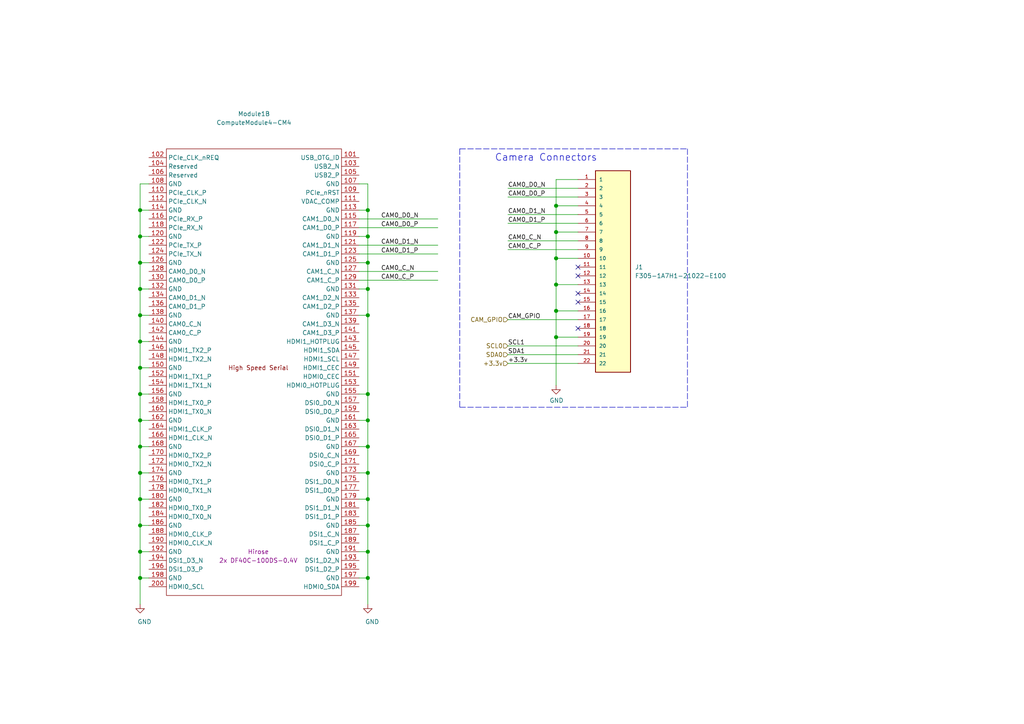
<source format=kicad_sch>
(kicad_sch
	(version 20231120)
	(generator "eeschema")
	(generator_version "8.0")
	(uuid "081fcee4-218c-4acc-9630-1163ff2de02e")
	(paper "A4")
	(title_block
		(title "Raspberry Pi Compute Module 4 Carrier Template")
		(date "2020-10-31")
		(rev "v01")
		(comment 2 "creativecommons.org/licenses/by-sa/4.0")
		(comment 3 "License: CC BY 4.0")
		(comment 4 "Author: Shawn Hymel")
	)
	(lib_symbols
		(symbol "CM4IO:ComputeModule4-CM4"
			(exclude_from_sim no)
			(in_bom yes)
			(on_board yes)
			(property "Reference" "Module"
				(at 113.03 -68.58 0)
				(effects
					(font
						(size 1.27 1.27)
					)
				)
			)
			(property "Value" "ComputeModule4-CM4"
				(at 140.97 2.54 0)
				(effects
					(font
						(size 1.27 1.27)
					)
				)
			)
			(property "Footprint" "CM4IO:Raspberry-Pi-4-Compute-Module"
				(at 142.24 -26.67 0)
				(effects
					(font
						(size 1.27 1.27)
					)
					(hide yes)
				)
			)
			(property "Datasheet" ""
				(at 142.24 -26.67 0)
				(effects
					(font
						(size 1.27 1.27)
					)
					(hide yes)
				)
			)
			(property "Description" ""
				(at 0 0 0)
				(effects
					(font
						(size 1.27 1.27)
					)
					(hide yes)
				)
			)
			(property "Manufacturer" "Hirose"
				(at 0 0 0)
				(effects
					(font
						(size 1.27 1.27)
					)
				)
			)
			(property "MPN" "2x DF40C-100DS-0.4V"
				(at 0 -2.54 0)
				(effects
					(font
						(size 1.27 1.27)
					)
				)
			)
			(property "Digi-Key_PN" "2x H11615CT-ND"
				(at 0 0 0)
				(effects
					(font
						(size 1.27 1.27)
					)
					(hide yes)
				)
			)
			(property "MPN (Alt)" "2x DF40HC(3.0)-100DS-0.4V"
				(at 0 0 0)
				(effects
					(font
						(size 1.27 1.27)
					)
				)
			)
			(property "Digi-Key_PN (Alt)" "2x H124602CT-ND"
				(at 0 0 0)
				(effects
					(font
						(size 1.27 1.27)
					)
					(hide yes)
				)
			)
			(symbol "ComputeModule4-CM4_1_0"
				(text "GPIO"
					(at 0 6.35 0)
					(effects
						(font
							(size 1.27 1.27)
						)
					)
				)
			)
			(symbol "ComputeModule4-CM4_1_1"
				(rectangle
					(start -30.48 -71.12)
					(end 25.4 58.42)
					(stroke
						(width 0)
						(type default)
					)
					(fill
						(type none)
					)
				)
				(text "600mA Max"
					(at -8.89 -53.34 0)
					(effects
						(font
							(size 1.27 1.27)
						)
					)
				)
				(text "600mA Max"
					(at -8.89 -48.26 0)
					(effects
						(font
							(size 1.27 1.27)
						)
					)
				)
				(text "NB SD signals are only available"
					(at -1.27 -27.94 0)
					(effects
						(font
							(size 1.27 1.27)
						)
					)
				)
				(text "on modules without eMMC"
					(at -1.27 -30.48 0)
					(effects
						(font
							(size 1.27 1.27)
						)
					)
				)
				(pin power_in line
					(at 27.94 55.88 180)
					(length 2.54)
					(name "GND"
						(effects
							(font
								(size 1.27 1.27)
							)
						)
					)
					(number "1"
						(effects
							(font
								(size 1.27 1.27)
							)
						)
					)
				)
				(pin passive line
					(at -33.02 45.72 0)
					(length 2.54)
					(name "Ethernet_Pair0_N"
						(effects
							(font
								(size 1.27 1.27)
							)
						)
					)
					(number "10"
						(effects
							(font
								(size 1.27 1.27)
							)
						)
					)
				)
				(pin output line
					(at -33.02 -68.58 0)
					(length 2.54)
					(name "nEXTRST"
						(effects
							(font
								(size 1.27 1.27)
							)
						)
					)
					(number "100"
						(effects
							(font
								(size 1.27 1.27)
							)
						)
					)
				)
				(pin passive line
					(at 27.94 43.18 180)
					(length 2.54)
					(name "Ethernet_Pair2_P"
						(effects
							(font
								(size 1.27 1.27)
							)
						)
					)
					(number "11"
						(effects
							(font
								(size 1.27 1.27)
							)
						)
					)
				)
				(pin passive line
					(at -33.02 43.18 0)
					(length 2.54)
					(name "Ethernet_Pair0_P"
						(effects
							(font
								(size 1.27 1.27)
							)
						)
					)
					(number "12"
						(effects
							(font
								(size 1.27 1.27)
							)
						)
					)
				)
				(pin power_in line
					(at 27.94 40.64 180)
					(length 2.54)
					(name "GND"
						(effects
							(font
								(size 1.27 1.27)
							)
						)
					)
					(number "13"
						(effects
							(font
								(size 1.27 1.27)
							)
						)
					)
				)
				(pin power_in line
					(at -33.02 40.64 0)
					(length 2.54)
					(name "GND"
						(effects
							(font
								(size 1.27 1.27)
							)
						)
					)
					(number "14"
						(effects
							(font
								(size 1.27 1.27)
							)
						)
					)
				)
				(pin output line
					(at 27.94 38.1 180)
					(length 2.54)
					(name "Ethernet_nLED3(3.3v)"
						(effects
							(font
								(size 1.27 1.27)
							)
						)
					)
					(number "15"
						(effects
							(font
								(size 1.27 1.27)
							)
						)
					)
				)
				(pin input line
					(at -33.02 38.1 0)
					(length 2.54)
					(name "Ethernet_SYNC_IN(1.8v)"
						(effects
							(font
								(size 1.27 1.27)
							)
						)
					)
					(number "16"
						(effects
							(font
								(size 1.27 1.27)
							)
						)
					)
				)
				(pin output line
					(at 27.94 35.56 180)
					(length 2.54)
					(name "Ethernet_nLED2(3.3v)"
						(effects
							(font
								(size 1.27 1.27)
							)
						)
					)
					(number "17"
						(effects
							(font
								(size 1.27 1.27)
							)
						)
					)
				)
				(pin input line
					(at -33.02 35.56 0)
					(length 2.54)
					(name "Ethernet_SYNC_OUT(1.8v)"
						(effects
							(font
								(size 1.27 1.27)
							)
						)
					)
					(number "18"
						(effects
							(font
								(size 1.27 1.27)
							)
						)
					)
				)
				(pin output line
					(at 27.94 33.02 180)
					(length 2.54)
					(name "Ethernet_nLED1(3.3v)"
						(effects
							(font
								(size 1.27 1.27)
							)
						)
					)
					(number "19"
						(effects
							(font
								(size 1.27 1.27)
							)
						)
					)
				)
				(pin power_in line
					(at -33.02 55.88 0)
					(length 2.54)
					(name "GND"
						(effects
							(font
								(size 1.27 1.27)
							)
						)
					)
					(number "2"
						(effects
							(font
								(size 1.27 1.27)
							)
						)
					)
				)
				(pin passive line
					(at -33.02 33.02 0)
					(length 2.54)
					(name "EEPROM_nWP"
						(effects
							(font
								(size 1.27 1.27)
							)
						)
					)
					(number "20"
						(effects
							(font
								(size 1.27 1.27)
							)
						)
					)
				)
				(pin open_collector line
					(at 27.94 30.48 180)
					(length 2.54)
					(name "PI_nLED_Activity"
						(effects
							(font
								(size 1.27 1.27)
							)
						)
					)
					(number "21"
						(effects
							(font
								(size 1.27 1.27)
							)
						)
					)
				)
				(pin power_in line
					(at -33.02 30.48 0)
					(length 2.54)
					(name "GND"
						(effects
							(font
								(size 1.27 1.27)
							)
						)
					)
					(number "22"
						(effects
							(font
								(size 1.27 1.27)
							)
						)
					)
				)
				(pin power_in line
					(at 27.94 27.94 180)
					(length 2.54)
					(name "GND"
						(effects
							(font
								(size 1.27 1.27)
							)
						)
					)
					(number "23"
						(effects
							(font
								(size 1.27 1.27)
							)
						)
					)
				)
				(pin passive line
					(at -33.02 27.94 0)
					(length 2.54)
					(name "GPIO26"
						(effects
							(font
								(size 1.27 1.27)
							)
						)
					)
					(number "24"
						(effects
							(font
								(size 1.27 1.27)
							)
						)
					)
				)
				(pin passive line
					(at 27.94 25.4 180)
					(length 2.54)
					(name "GPIO21"
						(effects
							(font
								(size 1.27 1.27)
							)
						)
					)
					(number "25"
						(effects
							(font
								(size 1.27 1.27)
							)
						)
					)
				)
				(pin passive line
					(at -33.02 25.4 0)
					(length 2.54)
					(name "GPIO19"
						(effects
							(font
								(size 1.27 1.27)
							)
						)
					)
					(number "26"
						(effects
							(font
								(size 1.27 1.27)
							)
						)
					)
				)
				(pin passive line
					(at 27.94 22.86 180)
					(length 2.54)
					(name "GPIO20"
						(effects
							(font
								(size 1.27 1.27)
							)
						)
					)
					(number "27"
						(effects
							(font
								(size 1.27 1.27)
							)
						)
					)
				)
				(pin passive line
					(at -33.02 22.86 0)
					(length 2.54)
					(name "GPIO13"
						(effects
							(font
								(size 1.27 1.27)
							)
						)
					)
					(number "28"
						(effects
							(font
								(size 1.27 1.27)
							)
						)
					)
				)
				(pin passive line
					(at 27.94 20.32 180)
					(length 2.54)
					(name "GPIO16"
						(effects
							(font
								(size 1.27 1.27)
							)
						)
					)
					(number "29"
						(effects
							(font
								(size 1.27 1.27)
							)
						)
					)
				)
				(pin passive line
					(at 27.94 53.34 180)
					(length 2.54)
					(name "Ethernet_Pair3_P"
						(effects
							(font
								(size 1.27 1.27)
							)
						)
					)
					(number "3"
						(effects
							(font
								(size 1.27 1.27)
							)
						)
					)
				)
				(pin passive line
					(at -33.02 20.32 0)
					(length 2.54)
					(name "GPIO6"
						(effects
							(font
								(size 1.27 1.27)
							)
						)
					)
					(number "30"
						(effects
							(font
								(size 1.27 1.27)
							)
						)
					)
				)
				(pin passive line
					(at 27.94 17.78 180)
					(length 2.54)
					(name "GPIO12"
						(effects
							(font
								(size 1.27 1.27)
							)
						)
					)
					(number "31"
						(effects
							(font
								(size 1.27 1.27)
							)
						)
					)
				)
				(pin power_in line
					(at -33.02 17.78 0)
					(length 2.54)
					(name "GND"
						(effects
							(font
								(size 1.27 1.27)
							)
						)
					)
					(number "32"
						(effects
							(font
								(size 1.27 1.27)
							)
						)
					)
				)
				(pin power_in line
					(at 27.94 15.24 180)
					(length 2.54)
					(name "GND"
						(effects
							(font
								(size 1.27 1.27)
							)
						)
					)
					(number "33"
						(effects
							(font
								(size 1.27 1.27)
							)
						)
					)
				)
				(pin passive line
					(at -33.02 15.24 0)
					(length 2.54)
					(name "GPIO5"
						(effects
							(font
								(size 1.27 1.27)
							)
						)
					)
					(number "34"
						(effects
							(font
								(size 1.27 1.27)
							)
						)
					)
				)
				(pin passive line
					(at 27.94 12.7 180)
					(length 2.54)
					(name "ID_SC"
						(effects
							(font
								(size 1.27 1.27)
							)
						)
					)
					(number "35"
						(effects
							(font
								(size 1.27 1.27)
							)
						)
					)
				)
				(pin passive line
					(at -33.02 12.7 0)
					(length 2.54)
					(name "ID_SD"
						(effects
							(font
								(size 1.27 1.27)
							)
						)
					)
					(number "36"
						(effects
							(font
								(size 1.27 1.27)
							)
						)
					)
				)
				(pin passive line
					(at 27.94 10.16 180)
					(length 2.54)
					(name "GPIO7"
						(effects
							(font
								(size 1.27 1.27)
							)
						)
					)
					(number "37"
						(effects
							(font
								(size 1.27 1.27)
							)
						)
					)
				)
				(pin passive line
					(at -33.02 10.16 0)
					(length 2.54)
					(name "GPIO11"
						(effects
							(font
								(size 1.27 1.27)
							)
						)
					)
					(number "38"
						(effects
							(font
								(size 1.27 1.27)
							)
						)
					)
				)
				(pin passive line
					(at 27.94 7.62 180)
					(length 2.54)
					(name "GPIO8"
						(effects
							(font
								(size 1.27 1.27)
							)
						)
					)
					(number "39"
						(effects
							(font
								(size 1.27 1.27)
							)
						)
					)
				)
				(pin passive line
					(at -33.02 53.34 0)
					(length 2.54)
					(name "Ethernet_Pair1_P"
						(effects
							(font
								(size 1.27 1.27)
							)
						)
					)
					(number "4"
						(effects
							(font
								(size 1.27 1.27)
							)
						)
					)
				)
				(pin passive line
					(at -33.02 7.62 0)
					(length 2.54)
					(name "GPIO9"
						(effects
							(font
								(size 1.27 1.27)
							)
						)
					)
					(number "40"
						(effects
							(font
								(size 1.27 1.27)
							)
						)
					)
				)
				(pin passive line
					(at 27.94 5.08 180)
					(length 2.54)
					(name "GPIO25"
						(effects
							(font
								(size 1.27 1.27)
							)
						)
					)
					(number "41"
						(effects
							(font
								(size 1.27 1.27)
							)
						)
					)
				)
				(pin power_in line
					(at -33.02 5.08 0)
					(length 2.54)
					(name "GND"
						(effects
							(font
								(size 1.27 1.27)
							)
						)
					)
					(number "42"
						(effects
							(font
								(size 1.27 1.27)
							)
						)
					)
				)
				(pin power_in line
					(at 27.94 2.54 180)
					(length 2.54)
					(name "GND"
						(effects
							(font
								(size 1.27 1.27)
							)
						)
					)
					(number "43"
						(effects
							(font
								(size 1.27 1.27)
							)
						)
					)
				)
				(pin passive line
					(at -33.02 2.54 0)
					(length 2.54)
					(name "GPIO10"
						(effects
							(font
								(size 1.27 1.27)
							)
						)
					)
					(number "44"
						(effects
							(font
								(size 1.27 1.27)
							)
						)
					)
				)
				(pin passive line
					(at 27.94 0 180)
					(length 2.54)
					(name "GPIO24"
						(effects
							(font
								(size 1.27 1.27)
							)
						)
					)
					(number "45"
						(effects
							(font
								(size 1.27 1.27)
							)
						)
					)
				)
				(pin passive line
					(at -33.02 0 0)
					(length 2.54)
					(name "GPIO22"
						(effects
							(font
								(size 1.27 1.27)
							)
						)
					)
					(number "46"
						(effects
							(font
								(size 1.27 1.27)
							)
						)
					)
				)
				(pin passive line
					(at 27.94 -2.54 180)
					(length 2.54)
					(name "GPIO23"
						(effects
							(font
								(size 1.27 1.27)
							)
						)
					)
					(number "47"
						(effects
							(font
								(size 1.27 1.27)
							)
						)
					)
				)
				(pin passive line
					(at -33.02 -2.54 0)
					(length 2.54)
					(name "GPIO27"
						(effects
							(font
								(size 1.27 1.27)
							)
						)
					)
					(number "48"
						(effects
							(font
								(size 1.27 1.27)
							)
						)
					)
				)
				(pin passive line
					(at 27.94 -5.08 180)
					(length 2.54)
					(name "GPIO18"
						(effects
							(font
								(size 1.27 1.27)
							)
						)
					)
					(number "49"
						(effects
							(font
								(size 1.27 1.27)
							)
						)
					)
				)
				(pin passive line
					(at 27.94 50.8 180)
					(length 2.54)
					(name "Ethernet_Pair3_N"
						(effects
							(font
								(size 1.27 1.27)
							)
						)
					)
					(number "5"
						(effects
							(font
								(size 1.27 1.27)
							)
						)
					)
				)
				(pin passive line
					(at -33.02 -5.08 0)
					(length 2.54)
					(name "GPIO17"
						(effects
							(font
								(size 1.27 1.27)
							)
						)
					)
					(number "50"
						(effects
							(font
								(size 1.27 1.27)
							)
						)
					)
				)
				(pin passive line
					(at 27.94 -7.62 180)
					(length 2.54)
					(name "GPIO15"
						(effects
							(font
								(size 1.27 1.27)
							)
						)
					)
					(number "51"
						(effects
							(font
								(size 1.27 1.27)
							)
						)
					)
				)
				(pin power_in line
					(at -33.02 -7.62 0)
					(length 2.54)
					(name "GND"
						(effects
							(font
								(size 1.27 1.27)
							)
						)
					)
					(number "52"
						(effects
							(font
								(size 1.27 1.27)
							)
						)
					)
				)
				(pin power_in line
					(at 27.94 -10.16 180)
					(length 2.54)
					(name "GND"
						(effects
							(font
								(size 1.27 1.27)
							)
						)
					)
					(number "53"
						(effects
							(font
								(size 1.27 1.27)
							)
						)
					)
				)
				(pin passive line
					(at -33.02 -10.16 0)
					(length 2.54)
					(name "GPIO4"
						(effects
							(font
								(size 1.27 1.27)
							)
						)
					)
					(number "54"
						(effects
							(font
								(size 1.27 1.27)
							)
						)
					)
				)
				(pin passive line
					(at 27.94 -12.7 180)
					(length 2.54)
					(name "GPIO14"
						(effects
							(font
								(size 1.27 1.27)
							)
						)
					)
					(number "55"
						(effects
							(font
								(size 1.27 1.27)
							)
						)
					)
				)
				(pin passive line
					(at -33.02 -12.7 0)
					(length 2.54)
					(name "GPIO3"
						(effects
							(font
								(size 1.27 1.27)
							)
						)
					)
					(number "56"
						(effects
							(font
								(size 1.27 1.27)
							)
						)
					)
				)
				(pin passive line
					(at 27.94 -15.24 180)
					(length 2.54)
					(name "SD_CLK"
						(effects
							(font
								(size 1.27 1.27)
							)
						)
					)
					(number "57"
						(effects
							(font
								(size 1.27 1.27)
							)
						)
					)
				)
				(pin passive line
					(at -33.02 -15.24 0)
					(length 2.54)
					(name "GPIO2"
						(effects
							(font
								(size 1.27 1.27)
							)
						)
					)
					(number "58"
						(effects
							(font
								(size 1.27 1.27)
							)
						)
					)
				)
				(pin power_in line
					(at 27.94 -17.78 180)
					(length 2.54)
					(name "GND"
						(effects
							(font
								(size 1.27 1.27)
							)
						)
					)
					(number "59"
						(effects
							(font
								(size 1.27 1.27)
							)
						)
					)
				)
				(pin passive line
					(at -33.02 50.8 0)
					(length 2.54)
					(name "Ethernet_Pair1_N"
						(effects
							(font
								(size 1.27 1.27)
							)
						)
					)
					(number "6"
						(effects
							(font
								(size 1.27 1.27)
							)
						)
					)
				)
				(pin power_in line
					(at -33.02 -17.78 0)
					(length 2.54)
					(name "GND"
						(effects
							(font
								(size 1.27 1.27)
							)
						)
					)
					(number "60"
						(effects
							(font
								(size 1.27 1.27)
							)
						)
					)
				)
				(pin passive line
					(at 27.94 -20.32 180)
					(length 2.54)
					(name "SD_DAT3"
						(effects
							(font
								(size 1.27 1.27)
							)
						)
					)
					(number "61"
						(effects
							(font
								(size 1.27 1.27)
							)
						)
					)
				)
				(pin passive line
					(at -33.02 -20.32 0)
					(length 2.54)
					(name "SD_CMD"
						(effects
							(font
								(size 1.27 1.27)
							)
						)
					)
					(number "62"
						(effects
							(font
								(size 1.27 1.27)
							)
						)
					)
				)
				(pin passive line
					(at 27.94 -22.86 180)
					(length 2.54)
					(name "SD_DAT0"
						(effects
							(font
								(size 1.27 1.27)
							)
						)
					)
					(number "63"
						(effects
							(font
								(size 1.27 1.27)
							)
						)
					)
				)
				(pin passive line
					(at -33.02 -22.86 0)
					(length 2.54)
					(name "SD_DAT5"
						(effects
							(font
								(size 1.27 1.27)
							)
						)
					)
					(number "64"
						(effects
							(font
								(size 1.27 1.27)
							)
						)
					)
				)
				(pin power_in line
					(at 27.94 -25.4 180)
					(length 2.54)
					(name "GND"
						(effects
							(font
								(size 1.27 1.27)
							)
						)
					)
					(number "65"
						(effects
							(font
								(size 1.27 1.27)
							)
						)
					)
				)
				(pin power_in line
					(at -33.02 -25.4 0)
					(length 2.54)
					(name "GND"
						(effects
							(font
								(size 1.27 1.27)
							)
						)
					)
					(number "66"
						(effects
							(font
								(size 1.27 1.27)
							)
						)
					)
				)
				(pin passive line
					(at 27.94 -27.94 180)
					(length 2.54)
					(name "SD_DAT1"
						(effects
							(font
								(size 1.27 1.27)
							)
						)
					)
					(number "67"
						(effects
							(font
								(size 1.27 1.27)
							)
						)
					)
				)
				(pin passive line
					(at -33.02 -27.94 0)
					(length 2.54)
					(name "SD_DAT4"
						(effects
							(font
								(size 1.27 1.27)
							)
						)
					)
					(number "68"
						(effects
							(font
								(size 1.27 1.27)
							)
						)
					)
				)
				(pin passive line
					(at 27.94 -30.48 180)
					(length 2.54)
					(name "SD_DAT2"
						(effects
							(font
								(size 1.27 1.27)
							)
						)
					)
					(number "69"
						(effects
							(font
								(size 1.27 1.27)
							)
						)
					)
				)
				(pin power_in line
					(at 27.94 48.26 180)
					(length 2.54)
					(name "GND"
						(effects
							(font
								(size 1.27 1.27)
							)
						)
					)
					(number "7"
						(effects
							(font
								(size 1.27 1.27)
							)
						)
					)
				)
				(pin passive line
					(at -33.02 -30.48 0)
					(length 2.54)
					(name "SD_DAT7"
						(effects
							(font
								(size 1.27 1.27)
							)
						)
					)
					(number "70"
						(effects
							(font
								(size 1.27 1.27)
							)
						)
					)
				)
				(pin power_in line
					(at 27.94 -33.02 180)
					(length 2.54)
					(name "GND"
						(effects
							(font
								(size 1.27 1.27)
							)
						)
					)
					(number "71"
						(effects
							(font
								(size 1.27 1.27)
							)
						)
					)
				)
				(pin passive line
					(at -33.02 -33.02 0)
					(length 2.54)
					(name "SD_DAT6"
						(effects
							(font
								(size 1.27 1.27)
							)
						)
					)
					(number "72"
						(effects
							(font
								(size 1.27 1.27)
							)
						)
					)
				)
				(pin input line
					(at 27.94 -35.56 180)
					(length 2.54)
					(name "SD_VDD_Override"
						(effects
							(font
								(size 1.27 1.27)
							)
						)
					)
					(number "73"
						(effects
							(font
								(size 1.27 1.27)
							)
						)
					)
				)
				(pin power_in line
					(at -33.02 -35.56 0)
					(length 2.54)
					(name "GND"
						(effects
							(font
								(size 1.27 1.27)
							)
						)
					)
					(number "74"
						(effects
							(font
								(size 1.27 1.27)
							)
						)
					)
				)
				(pin output line
					(at 27.94 -38.1 180)
					(length 2.54)
					(name "SD_PWR_ON"
						(effects
							(font
								(size 1.27 1.27)
							)
						)
					)
					(number "75"
						(effects
							(font
								(size 1.27 1.27)
							)
						)
					)
				)
				(pin passive line
					(at -33.02 -38.1 0)
					(length 2.54)
					(name "Reserved"
						(effects
							(font
								(size 1.27 1.27)
							)
						)
					)
					(number "76"
						(effects
							(font
								(size 1.27 1.27)
							)
						)
					)
				)
				(pin power_in line
					(at 27.94 -40.64 180)
					(length 2.54)
					(name "+5v_(Input)"
						(effects
							(font
								(size 1.27 1.27)
							)
						)
					)
					(number "77"
						(effects
							(font
								(size 1.27 1.27)
							)
						)
					)
				)
				(pin power_in line
					(at -33.02 -40.64 0)
					(length 2.54)
					(name "GPIO_VREF(1.8v/3.3v_Input)"
						(effects
							(font
								(size 1.27 1.27)
							)
						)
					)
					(number "78"
						(effects
							(font
								(size 1.27 1.27)
							)
						)
					)
				)
				(pin power_in line
					(at 27.94 -43.18 180)
					(length 2.54)
					(name "+5v_(Input)"
						(effects
							(font
								(size 1.27 1.27)
							)
						)
					)
					(number "79"
						(effects
							(font
								(size 1.27 1.27)
							)
						)
					)
				)
				(pin power_in line
					(at -33.02 48.26 0)
					(length 2.54)
					(name "GND"
						(effects
							(font
								(size 1.27 1.27)
							)
						)
					)
					(number "8"
						(effects
							(font
								(size 1.27 1.27)
							)
						)
					)
				)
				(pin passive line
					(at -33.02 -43.18 0)
					(length 2.54)
					(name "SCL0"
						(effects
							(font
								(size 1.27 1.27)
							)
						)
					)
					(number "80"
						(effects
							(font
								(size 1.27 1.27)
							)
						)
					)
				)
				(pin power_in line
					(at 27.94 -45.72 180)
					(length 2.54)
					(name "+5v_(Input)"
						(effects
							(font
								(size 1.27 1.27)
							)
						)
					)
					(number "81"
						(effects
							(font
								(size 1.27 1.27)
							)
						)
					)
				)
				(pin passive line
					(at -33.02 -45.72 0)
					(length 2.54)
					(name "SDA0"
						(effects
							(font
								(size 1.27 1.27)
							)
						)
					)
					(number "82"
						(effects
							(font
								(size 1.27 1.27)
							)
						)
					)
				)
				(pin power_in line
					(at 27.94 -48.26 180)
					(length 2.54)
					(name "+5v_(Input)"
						(effects
							(font
								(size 1.27 1.27)
							)
						)
					)
					(number "83"
						(effects
							(font
								(size 1.27 1.27)
							)
						)
					)
				)
				(pin power_out line
					(at -33.02 -48.26 0)
					(length 2.54)
					(name "+3.3v_(Output)"
						(effects
							(font
								(size 1.27 1.27)
							)
						)
					)
					(number "84"
						(effects
							(font
								(size 1.27 1.27)
							)
						)
					)
				)
				(pin power_in line
					(at 27.94 -50.8 180)
					(length 2.54)
					(name "+5v_(Input)"
						(effects
							(font
								(size 1.27 1.27)
							)
						)
					)
					(number "85"
						(effects
							(font
								(size 1.27 1.27)
							)
						)
					)
				)
				(pin power_out line
					(at -33.02 -50.8 0)
					(length 2.54)
					(name "+3.3v_(Output)"
						(effects
							(font
								(size 1.27 1.27)
							)
						)
					)
					(number "86"
						(effects
							(font
								(size 1.27 1.27)
							)
						)
					)
				)
				(pin power_in line
					(at 27.94 -53.34 180)
					(length 2.54)
					(name "+5v_(Input)"
						(effects
							(font
								(size 1.27 1.27)
							)
						)
					)
					(number "87"
						(effects
							(font
								(size 1.27 1.27)
							)
						)
					)
				)
				(pin power_out line
					(at -33.02 -53.34 0)
					(length 2.54)
					(name "+1.8v_(Output)"
						(effects
							(font
								(size 1.27 1.27)
							)
						)
					)
					(number "88"
						(effects
							(font
								(size 1.27 1.27)
							)
						)
					)
				)
				(pin power_in line
					(at 27.94 -55.88 180)
					(length 2.54)
					(name "WiFi_nDisable"
						(effects
							(font
								(size 1.27 1.27)
							)
						)
					)
					(number "89"
						(effects
							(font
								(size 1.27 1.27)
							)
						)
					)
				)
				(pin passive line
					(at 27.94 45.72 180)
					(length 2.54)
					(name "Ethernet_Pair2_N"
						(effects
							(font
								(size 1.27 1.27)
							)
						)
					)
					(number "9"
						(effects
							(font
								(size 1.27 1.27)
							)
						)
					)
				)
				(pin power_out line
					(at -33.02 -55.88 0)
					(length 2.54)
					(name "+1.8v_(Output)"
						(effects
							(font
								(size 1.27 1.27)
							)
						)
					)
					(number "90"
						(effects
							(font
								(size 1.27 1.27)
							)
						)
					)
				)
				(pin power_in line
					(at 27.94 -58.42 180)
					(length 2.54)
					(name "BT_nDisable"
						(effects
							(font
								(size 1.27 1.27)
							)
						)
					)
					(number "91"
						(effects
							(font
								(size 1.27 1.27)
							)
						)
					)
				)
				(pin passive line
					(at -33.02 -58.42 0)
					(length 2.54)
					(name "RUN_PG"
						(effects
							(font
								(size 1.27 1.27)
							)
						)
					)
					(number "92"
						(effects
							(font
								(size 1.27 1.27)
							)
						)
					)
				)
				(pin input line
					(at 27.94 -60.96 180)
					(length 2.54)
					(name "nRPIBOOT"
						(effects
							(font
								(size 1.27 1.27)
							)
						)
					)
					(number "93"
						(effects
							(font
								(size 1.27 1.27)
							)
						)
					)
				)
				(pin passive line
					(at -33.02 -60.96 0)
					(length 2.54)
					(name "AnalogIP0"
						(effects
							(font
								(size 1.27 1.27)
							)
						)
					)
					(number "94"
						(effects
							(font
								(size 1.27 1.27)
							)
						)
					)
				)
				(pin output line
					(at 27.94 -63.5 180)
					(length 2.54)
					(name "nPI_LED_PWR"
						(effects
							(font
								(size 1.27 1.27)
							)
						)
					)
					(number "95"
						(effects
							(font
								(size 1.27 1.27)
							)
						)
					)
				)
				(pin passive line
					(at -33.02 -63.5 0)
					(length 2.54)
					(name "AnalogIP1"
						(effects
							(font
								(size 1.27 1.27)
							)
						)
					)
					(number "96"
						(effects
							(font
								(size 1.27 1.27)
							)
						)
					)
				)
				(pin passive line
					(at 27.94 -66.04 180)
					(length 2.54)
					(name "Camera_GPIO"
						(effects
							(font
								(size 1.27 1.27)
							)
						)
					)
					(number "97"
						(effects
							(font
								(size 1.27 1.27)
							)
						)
					)
				)
				(pin power_in line
					(at -33.02 -66.04 0)
					(length 2.54)
					(name "GND"
						(effects
							(font
								(size 1.27 1.27)
							)
						)
					)
					(number "98"
						(effects
							(font
								(size 1.27 1.27)
							)
						)
					)
				)
				(pin input line
					(at 27.94 -68.58 180)
					(length 2.54)
					(name "Global_EN"
						(effects
							(font
								(size 1.27 1.27)
							)
						)
					)
					(number "99"
						(effects
							(font
								(size 1.27 1.27)
							)
						)
					)
				)
			)
			(symbol "ComputeModule4-CM4_2_1"
				(rectangle
					(start 114.3 -66.04)
					(end 165.1 63.5)
					(stroke
						(width 0)
						(type default)
					)
					(fill
						(type none)
					)
				)
				(text "High Speed Serial"
					(at 140.97 0 0)
					(effects
						(font
							(size 1.27 1.27)
						)
					)
				)
				(pin input line
					(at 170.18 60.96 180)
					(length 5.08)
					(name "USB_OTG_ID"
						(effects
							(font
								(size 1.27 1.27)
							)
						)
					)
					(number "101"
						(effects
							(font
								(size 1.27 1.27)
							)
						)
					)
				)
				(pin input line
					(at 109.22 60.96 0)
					(length 5.08)
					(name "PCIe_CLK_nREQ"
						(effects
							(font
								(size 1.27 1.27)
							)
						)
					)
					(number "102"
						(effects
							(font
								(size 1.27 1.27)
							)
						)
					)
				)
				(pin passive line
					(at 170.18 58.42 180)
					(length 5.08)
					(name "USB2_N"
						(effects
							(font
								(size 1.27 1.27)
							)
						)
					)
					(number "103"
						(effects
							(font
								(size 1.27 1.27)
							)
						)
					)
				)
				(pin passive line
					(at 109.22 58.42 0)
					(length 5.08)
					(name "Reserved"
						(effects
							(font
								(size 1.27 1.27)
							)
						)
					)
					(number "104"
						(effects
							(font
								(size 1.27 1.27)
							)
						)
					)
				)
				(pin passive line
					(at 170.18 55.88 180)
					(length 5.08)
					(name "USB2_P"
						(effects
							(font
								(size 1.27 1.27)
							)
						)
					)
					(number "105"
						(effects
							(font
								(size 1.27 1.27)
							)
						)
					)
				)
				(pin passive line
					(at 109.22 55.88 0)
					(length 5.08)
					(name "Reserved"
						(effects
							(font
								(size 1.27 1.27)
							)
						)
					)
					(number "106"
						(effects
							(font
								(size 1.27 1.27)
							)
						)
					)
				)
				(pin power_in line
					(at 170.18 53.34 180)
					(length 5.08)
					(name "GND"
						(effects
							(font
								(size 1.27 1.27)
							)
						)
					)
					(number "107"
						(effects
							(font
								(size 1.27 1.27)
							)
						)
					)
				)
				(pin power_in line
					(at 109.22 53.34 0)
					(length 5.08)
					(name "GND"
						(effects
							(font
								(size 1.27 1.27)
							)
						)
					)
					(number "108"
						(effects
							(font
								(size 1.27 1.27)
							)
						)
					)
				)
				(pin bidirectional line
					(at 170.18 50.8 180)
					(length 5.08)
					(name "PCIe_nRST"
						(effects
							(font
								(size 1.27 1.27)
							)
						)
					)
					(number "109"
						(effects
							(font
								(size 1.27 1.27)
							)
						)
					)
				)
				(pin output line
					(at 109.22 50.8 0)
					(length 5.08)
					(name "PCIe_CLK_P"
						(effects
							(font
								(size 1.27 1.27)
							)
						)
					)
					(number "110"
						(effects
							(font
								(size 1.27 1.27)
							)
						)
					)
				)
				(pin passive line
					(at 170.18 48.26 180)
					(length 5.08)
					(name "VDAC_COMP"
						(effects
							(font
								(size 1.27 1.27)
							)
						)
					)
					(number "111"
						(effects
							(font
								(size 1.27 1.27)
							)
						)
					)
				)
				(pin output line
					(at 109.22 48.26 0)
					(length 5.08)
					(name "PCIe_CLK_N"
						(effects
							(font
								(size 1.27 1.27)
							)
						)
					)
					(number "112"
						(effects
							(font
								(size 1.27 1.27)
							)
						)
					)
				)
				(pin power_in line
					(at 170.18 45.72 180)
					(length 5.08)
					(name "GND"
						(effects
							(font
								(size 1.27 1.27)
							)
						)
					)
					(number "113"
						(effects
							(font
								(size 1.27 1.27)
							)
						)
					)
				)
				(pin power_in line
					(at 109.22 45.72 0)
					(length 5.08)
					(name "GND"
						(effects
							(font
								(size 1.27 1.27)
							)
						)
					)
					(number "114"
						(effects
							(font
								(size 1.27 1.27)
							)
						)
					)
				)
				(pin input line
					(at 170.18 43.18 180)
					(length 5.08)
					(name "CAM1_D0_N"
						(effects
							(font
								(size 1.27 1.27)
							)
						)
					)
					(number "115"
						(effects
							(font
								(size 1.27 1.27)
							)
						)
					)
				)
				(pin input line
					(at 109.22 43.18 0)
					(length 5.08)
					(name "PCIe_RX_P"
						(effects
							(font
								(size 1.27 1.27)
							)
						)
					)
					(number "116"
						(effects
							(font
								(size 1.27 1.27)
							)
						)
					)
				)
				(pin input line
					(at 170.18 40.64 180)
					(length 5.08)
					(name "CAM1_D0_P"
						(effects
							(font
								(size 1.27 1.27)
							)
						)
					)
					(number "117"
						(effects
							(font
								(size 1.27 1.27)
							)
						)
					)
				)
				(pin input line
					(at 109.22 40.64 0)
					(length 5.08)
					(name "PCIe_RX_N"
						(effects
							(font
								(size 1.27 1.27)
							)
						)
					)
					(number "118"
						(effects
							(font
								(size 1.27 1.27)
							)
						)
					)
				)
				(pin power_in line
					(at 170.18 38.1 180)
					(length 5.08)
					(name "GND"
						(effects
							(font
								(size 1.27 1.27)
							)
						)
					)
					(number "119"
						(effects
							(font
								(size 1.27 1.27)
							)
						)
					)
				)
				(pin power_in line
					(at 109.22 38.1 0)
					(length 5.08)
					(name "GND"
						(effects
							(font
								(size 1.27 1.27)
							)
						)
					)
					(number "120"
						(effects
							(font
								(size 1.27 1.27)
							)
						)
					)
				)
				(pin input line
					(at 170.18 35.56 180)
					(length 5.08)
					(name "CAM1_D1_N"
						(effects
							(font
								(size 1.27 1.27)
							)
						)
					)
					(number "121"
						(effects
							(font
								(size 1.27 1.27)
							)
						)
					)
				)
				(pin output line
					(at 109.22 35.56 0)
					(length 5.08)
					(name "PCIe_TX_P"
						(effects
							(font
								(size 1.27 1.27)
							)
						)
					)
					(number "122"
						(effects
							(font
								(size 1.27 1.27)
							)
						)
					)
				)
				(pin input line
					(at 170.18 33.02 180)
					(length 5.08)
					(name "CAM1_D1_P"
						(effects
							(font
								(size 1.27 1.27)
							)
						)
					)
					(number "123"
						(effects
							(font
								(size 1.27 1.27)
							)
						)
					)
				)
				(pin output line
					(at 109.22 33.02 0)
					(length 5.08)
					(name "PCIe_TX_N"
						(effects
							(font
								(size 1.27 1.27)
							)
						)
					)
					(number "124"
						(effects
							(font
								(size 1.27 1.27)
							)
						)
					)
				)
				(pin power_in line
					(at 170.18 30.48 180)
					(length 5.08)
					(name "GND"
						(effects
							(font
								(size 1.27 1.27)
							)
						)
					)
					(number "125"
						(effects
							(font
								(size 1.27 1.27)
							)
						)
					)
				)
				(pin power_in line
					(at 109.22 30.48 0)
					(length 5.08)
					(name "GND"
						(effects
							(font
								(size 1.27 1.27)
							)
						)
					)
					(number "126"
						(effects
							(font
								(size 1.27 1.27)
							)
						)
					)
				)
				(pin input line
					(at 170.18 27.94 180)
					(length 5.08)
					(name "CAM1_C_N"
						(effects
							(font
								(size 1.27 1.27)
							)
						)
					)
					(number "127"
						(effects
							(font
								(size 1.27 1.27)
							)
						)
					)
				)
				(pin input line
					(at 109.22 27.94 0)
					(length 5.08)
					(name "CAM0_D0_N"
						(effects
							(font
								(size 1.27 1.27)
							)
						)
					)
					(number "128"
						(effects
							(font
								(size 1.27 1.27)
							)
						)
					)
				)
				(pin input line
					(at 170.18 25.4 180)
					(length 5.08)
					(name "CAM1_C_P"
						(effects
							(font
								(size 1.27 1.27)
							)
						)
					)
					(number "129"
						(effects
							(font
								(size 1.27 1.27)
							)
						)
					)
				)
				(pin input line
					(at 109.22 25.4 0)
					(length 5.08)
					(name "CAM0_D0_P"
						(effects
							(font
								(size 1.27 1.27)
							)
						)
					)
					(number "130"
						(effects
							(font
								(size 1.27 1.27)
							)
						)
					)
				)
				(pin power_in line
					(at 170.18 22.86 180)
					(length 5.08)
					(name "GND"
						(effects
							(font
								(size 1.27 1.27)
							)
						)
					)
					(number "131"
						(effects
							(font
								(size 1.27 1.27)
							)
						)
					)
				)
				(pin power_in line
					(at 109.22 22.86 0)
					(length 5.08)
					(name "GND"
						(effects
							(font
								(size 1.27 1.27)
							)
						)
					)
					(number "132"
						(effects
							(font
								(size 1.27 1.27)
							)
						)
					)
				)
				(pin input line
					(at 170.18 20.32 180)
					(length 5.08)
					(name "CAM1_D2_N"
						(effects
							(font
								(size 1.27 1.27)
							)
						)
					)
					(number "133"
						(effects
							(font
								(size 1.27 1.27)
							)
						)
					)
				)
				(pin input line
					(at 109.22 20.32 0)
					(length 5.08)
					(name "CAM0_D1_N"
						(effects
							(font
								(size 1.27 1.27)
							)
						)
					)
					(number "134"
						(effects
							(font
								(size 1.27 1.27)
							)
						)
					)
				)
				(pin input line
					(at 170.18 17.78 180)
					(length 5.08)
					(name "CAM1_D2_P"
						(effects
							(font
								(size 1.27 1.27)
							)
						)
					)
					(number "135"
						(effects
							(font
								(size 1.27 1.27)
							)
						)
					)
				)
				(pin input line
					(at 109.22 17.78 0)
					(length 5.08)
					(name "CAM0_D1_P"
						(effects
							(font
								(size 1.27 1.27)
							)
						)
					)
					(number "136"
						(effects
							(font
								(size 1.27 1.27)
							)
						)
					)
				)
				(pin power_in line
					(at 170.18 15.24 180)
					(length 5.08)
					(name "GND"
						(effects
							(font
								(size 1.27 1.27)
							)
						)
					)
					(number "137"
						(effects
							(font
								(size 1.27 1.27)
							)
						)
					)
				)
				(pin power_in line
					(at 109.22 15.24 0)
					(length 5.08)
					(name "GND"
						(effects
							(font
								(size 1.27 1.27)
							)
						)
					)
					(number "138"
						(effects
							(font
								(size 1.27 1.27)
							)
						)
					)
				)
				(pin input line
					(at 170.18 12.7 180)
					(length 5.08)
					(name "CAM1_D3_N"
						(effects
							(font
								(size 1.27 1.27)
							)
						)
					)
					(number "139"
						(effects
							(font
								(size 1.27 1.27)
							)
						)
					)
				)
				(pin input line
					(at 109.22 12.7 0)
					(length 5.08)
					(name "CAM0_C_N"
						(effects
							(font
								(size 1.27 1.27)
							)
						)
					)
					(number "140"
						(effects
							(font
								(size 1.27 1.27)
							)
						)
					)
				)
				(pin input line
					(at 170.18 10.16 180)
					(length 5.08)
					(name "CAM1_D3_P"
						(effects
							(font
								(size 1.27 1.27)
							)
						)
					)
					(number "141"
						(effects
							(font
								(size 1.27 1.27)
							)
						)
					)
				)
				(pin input line
					(at 109.22 10.16 0)
					(length 5.08)
					(name "CAM0_C_P"
						(effects
							(font
								(size 1.27 1.27)
							)
						)
					)
					(number "142"
						(effects
							(font
								(size 1.27 1.27)
							)
						)
					)
				)
				(pin input line
					(at 170.18 7.62 180)
					(length 5.08)
					(name "HDMI1_HOTPLUG"
						(effects
							(font
								(size 1.27 1.27)
							)
						)
					)
					(number "143"
						(effects
							(font
								(size 1.27 1.27)
							)
						)
					)
				)
				(pin power_in line
					(at 109.22 7.62 0)
					(length 5.08)
					(name "GND"
						(effects
							(font
								(size 1.27 1.27)
							)
						)
					)
					(number "144"
						(effects
							(font
								(size 1.27 1.27)
							)
						)
					)
				)
				(pin bidirectional line
					(at 170.18 5.08 180)
					(length 5.08)
					(name "HDMI1_SDA"
						(effects
							(font
								(size 1.27 1.27)
							)
						)
					)
					(number "145"
						(effects
							(font
								(size 1.27 1.27)
							)
						)
					)
				)
				(pin output line
					(at 109.22 5.08 0)
					(length 5.08)
					(name "HDMI1_TX2_P"
						(effects
							(font
								(size 1.27 1.27)
							)
						)
					)
					(number "146"
						(effects
							(font
								(size 1.27 1.27)
							)
						)
					)
				)
				(pin open_collector line
					(at 170.18 2.54 180)
					(length 5.08)
					(name "HDMI1_SCL"
						(effects
							(font
								(size 1.27 1.27)
							)
						)
					)
					(number "147"
						(effects
							(font
								(size 1.27 1.27)
							)
						)
					)
				)
				(pin output line
					(at 109.22 2.54 0)
					(length 5.08)
					(name "HDMI1_TX2_N"
						(effects
							(font
								(size 1.27 1.27)
							)
						)
					)
					(number "148"
						(effects
							(font
								(size 1.27 1.27)
							)
						)
					)
				)
				(pin open_collector line
					(at 170.18 0 180)
					(length 5.08)
					(name "HDMI1_CEC"
						(effects
							(font
								(size 1.27 1.27)
							)
						)
					)
					(number "149"
						(effects
							(font
								(size 1.27 1.27)
							)
						)
					)
				)
				(pin power_in line
					(at 109.22 0 0)
					(length 5.08)
					(name "GND"
						(effects
							(font
								(size 1.27 1.27)
							)
						)
					)
					(number "150"
						(effects
							(font
								(size 1.27 1.27)
							)
						)
					)
				)
				(pin open_collector line
					(at 170.18 -2.54 180)
					(length 5.08)
					(name "HDMI0_CEC"
						(effects
							(font
								(size 1.27 1.27)
							)
						)
					)
					(number "151"
						(effects
							(font
								(size 1.27 1.27)
							)
						)
					)
				)
				(pin output line
					(at 109.22 -2.54 0)
					(length 5.08)
					(name "HDMI1_TX1_P"
						(effects
							(font
								(size 1.27 1.27)
							)
						)
					)
					(number "152"
						(effects
							(font
								(size 1.27 1.27)
							)
						)
					)
				)
				(pin input line
					(at 170.18 -5.08 180)
					(length 5.08)
					(name "HDMI0_HOTPLUG"
						(effects
							(font
								(size 1.27 1.27)
							)
						)
					)
					(number "153"
						(effects
							(font
								(size 1.27 1.27)
							)
						)
					)
				)
				(pin output line
					(at 109.22 -5.08 0)
					(length 5.08)
					(name "HDMI1_TX1_N"
						(effects
							(font
								(size 1.27 1.27)
							)
						)
					)
					(number "154"
						(effects
							(font
								(size 1.27 1.27)
							)
						)
					)
				)
				(pin power_in line
					(at 170.18 -7.62 180)
					(length 5.08)
					(name "GND"
						(effects
							(font
								(size 1.27 1.27)
							)
						)
					)
					(number "155"
						(effects
							(font
								(size 1.27 1.27)
							)
						)
					)
				)
				(pin power_in line
					(at 109.22 -7.62 0)
					(length 5.08)
					(name "GND"
						(effects
							(font
								(size 1.27 1.27)
							)
						)
					)
					(number "156"
						(effects
							(font
								(size 1.27 1.27)
							)
						)
					)
				)
				(pin output line
					(at 170.18 -10.16 180)
					(length 5.08)
					(name "DSI0_D0_N"
						(effects
							(font
								(size 1.27 1.27)
							)
						)
					)
					(number "157"
						(effects
							(font
								(size 1.27 1.27)
							)
						)
					)
				)
				(pin output line
					(at 109.22 -10.16 0)
					(length 5.08)
					(name "HDMI1_TX0_P"
						(effects
							(font
								(size 1.27 1.27)
							)
						)
					)
					(number "158"
						(effects
							(font
								(size 1.27 1.27)
							)
						)
					)
				)
				(pin output line
					(at 170.18 -12.7 180)
					(length 5.08)
					(name "DSI0_D0_P"
						(effects
							(font
								(size 1.27 1.27)
							)
						)
					)
					(number "159"
						(effects
							(font
								(size 1.27 1.27)
							)
						)
					)
				)
				(pin output line
					(at 109.22 -12.7 0)
					(length 5.08)
					(name "HDMI1_TX0_N"
						(effects
							(font
								(size 1.27 1.27)
							)
						)
					)
					(number "160"
						(effects
							(font
								(size 1.27 1.27)
							)
						)
					)
				)
				(pin power_in line
					(at 170.18 -15.24 180)
					(length 5.08)
					(name "GND"
						(effects
							(font
								(size 1.27 1.27)
							)
						)
					)
					(number "161"
						(effects
							(font
								(size 1.27 1.27)
							)
						)
					)
				)
				(pin power_in line
					(at 109.22 -15.24 0)
					(length 5.08)
					(name "GND"
						(effects
							(font
								(size 1.27 1.27)
							)
						)
					)
					(number "162"
						(effects
							(font
								(size 1.27 1.27)
							)
						)
					)
				)
				(pin output line
					(at 170.18 -17.78 180)
					(length 5.08)
					(name "DSI0_D1_N"
						(effects
							(font
								(size 1.27 1.27)
							)
						)
					)
					(number "163"
						(effects
							(font
								(size 1.27 1.27)
							)
						)
					)
				)
				(pin output line
					(at 109.22 -17.78 0)
					(length 5.08)
					(name "HDMI1_CLK_P"
						(effects
							(font
								(size 1.27 1.27)
							)
						)
					)
					(number "164"
						(effects
							(font
								(size 1.27 1.27)
							)
						)
					)
				)
				(pin output line
					(at 170.18 -20.32 180)
					(length 5.08)
					(name "DSI0_D1_P"
						(effects
							(font
								(size 1.27 1.27)
							)
						)
					)
					(number "165"
						(effects
							(font
								(size 1.27 1.27)
							)
						)
					)
				)
				(pin output line
					(at 109.22 -20.32 0)
					(length 5.08)
					(name "HDMI1_CLK_N"
						(effects
							(font
								(size 1.27 1.27)
							)
						)
					)
					(number "166"
						(effects
							(font
								(size 1.27 1.27)
							)
						)
					)
				)
				(pin power_in line
					(at 170.18 -22.86 180)
					(length 5.08)
					(name "GND"
						(effects
							(font
								(size 1.27 1.27)
							)
						)
					)
					(number "167"
						(effects
							(font
								(size 1.27 1.27)
							)
						)
					)
				)
				(pin power_in line
					(at 109.22 -22.86 0)
					(length 5.08)
					(name "GND"
						(effects
							(font
								(size 1.27 1.27)
							)
						)
					)
					(number "168"
						(effects
							(font
								(size 1.27 1.27)
							)
						)
					)
				)
				(pin output line
					(at 170.18 -25.4 180)
					(length 5.08)
					(name "DSI0_C_N"
						(effects
							(font
								(size 1.27 1.27)
							)
						)
					)
					(number "169"
						(effects
							(font
								(size 1.27 1.27)
							)
						)
					)
				)
				(pin output line
					(at 109.22 -25.4 0)
					(length 5.08)
					(name "HDMI0_TX2_P"
						(effects
							(font
								(size 1.27 1.27)
							)
						)
					)
					(number "170"
						(effects
							(font
								(size 1.27 1.27)
							)
						)
					)
				)
				(pin output line
					(at 170.18 -27.94 180)
					(length 5.08)
					(name "DSI0_C_P"
						(effects
							(font
								(size 1.27 1.27)
							)
						)
					)
					(number "171"
						(effects
							(font
								(size 1.27 1.27)
							)
						)
					)
				)
				(pin output line
					(at 109.22 -27.94 0)
					(length 5.08)
					(name "HDMI0_TX2_N"
						(effects
							(font
								(size 1.27 1.27)
							)
						)
					)
					(number "172"
						(effects
							(font
								(size 1.27 1.27)
							)
						)
					)
				)
				(pin power_in line
					(at 170.18 -30.48 180)
					(length 5.08)
					(name "GND"
						(effects
							(font
								(size 1.27 1.27)
							)
						)
					)
					(number "173"
						(effects
							(font
								(size 1.27 1.27)
							)
						)
					)
				)
				(pin power_in line
					(at 109.22 -30.48 0)
					(length 5.08)
					(name "GND"
						(effects
							(font
								(size 1.27 1.27)
							)
						)
					)
					(number "174"
						(effects
							(font
								(size 1.27 1.27)
							)
						)
					)
				)
				(pin output line
					(at 170.18 -33.02 180)
					(length 5.08)
					(name "DSI1_D0_N"
						(effects
							(font
								(size 1.27 1.27)
							)
						)
					)
					(number "175"
						(effects
							(font
								(size 1.27 1.27)
							)
						)
					)
				)
				(pin output line
					(at 109.22 -33.02 0)
					(length 5.08)
					(name "HDMI0_TX1_P"
						(effects
							(font
								(size 1.27 1.27)
							)
						)
					)
					(number "176"
						(effects
							(font
								(size 1.27 1.27)
							)
						)
					)
				)
				(pin output line
					(at 170.18 -35.56 180)
					(length 5.08)
					(name "DSI1_D0_P"
						(effects
							(font
								(size 1.27 1.27)
							)
						)
					)
					(number "177"
						(effects
							(font
								(size 1.27 1.27)
							)
						)
					)
				)
				(pin output line
					(at 109.22 -35.56 0)
					(length 5.08)
					(name "HDMI0_TX1_N"
						(effects
							(font
								(size 1.27 1.27)
							)
						)
					)
					(number "178"
						(effects
							(font
								(size 1.27 1.27)
							)
						)
					)
				)
				(pin power_in line
					(at 170.18 -38.1 180)
					(length 5.08)
					(name "GND"
						(effects
							(font
								(size 1.27 1.27)
							)
						)
					)
					(number "179"
						(effects
							(font
								(size 1.27 1.27)
							)
						)
					)
				)
				(pin power_in line
					(at 109.22 -38.1 0)
					(length 5.08)
					(name "GND"
						(effects
							(font
								(size 1.27 1.27)
							)
						)
					)
					(number "180"
						(effects
							(font
								(size 1.27 1.27)
							)
						)
					)
				)
				(pin output line
					(at 170.18 -40.64 180)
					(length 5.08)
					(name "DSI1_D1_N"
						(effects
							(font
								(size 1.27 1.27)
							)
						)
					)
					(number "181"
						(effects
							(font
								(size 1.27 1.27)
							)
						)
					)
				)
				(pin output line
					(at 109.22 -40.64 0)
					(length 5.08)
					(name "HDMI0_TX0_P"
						(effects
							(font
								(size 1.27 1.27)
							)
						)
					)
					(number "182"
						(effects
							(font
								(size 1.27 1.27)
							)
						)
					)
				)
				(pin output line
					(at 170.18 -43.18 180)
					(length 5.08)
					(name "DSI1_D1_P"
						(effects
							(font
								(size 1.27 1.27)
							)
						)
					)
					(number "183"
						(effects
							(font
								(size 1.27 1.27)
							)
						)
					)
				)
				(pin output line
					(at 109.22 -43.18 0)
					(length 5.08)
					(name "HDMI0_TX0_N"
						(effects
							(font
								(size 1.27 1.27)
							)
						)
					)
					(number "184"
						(effects
							(font
								(size 1.27 1.27)
							)
						)
					)
				)
				(pin power_in line
					(at 170.18 -45.72 180)
					(length 5.08)
					(name "GND"
						(effects
							(font
								(size 1.27 1.27)
							)
						)
					)
					(number "185"
						(effects
							(font
								(size 1.27 1.27)
							)
						)
					)
				)
				(pin power_in line
					(at 109.22 -45.72 0)
					(length 5.08)
					(name "GND"
						(effects
							(font
								(size 1.27 1.27)
							)
						)
					)
					(number "186"
						(effects
							(font
								(size 1.27 1.27)
							)
						)
					)
				)
				(pin output line
					(at 170.18 -48.26 180)
					(length 5.08)
					(name "DSI1_C_N"
						(effects
							(font
								(size 1.27 1.27)
							)
						)
					)
					(number "187"
						(effects
							(font
								(size 1.27 1.27)
							)
						)
					)
				)
				(pin output line
					(at 109.22 -48.26 0)
					(length 5.08)
					(name "HDMI0_CLK_P"
						(effects
							(font
								(size 1.27 1.27)
							)
						)
					)
					(number "188"
						(effects
							(font
								(size 1.27 1.27)
							)
						)
					)
				)
				(pin output line
					(at 170.18 -50.8 180)
					(length 5.08)
					(name "DSI1_C_P"
						(effects
							(font
								(size 1.27 1.27)
							)
						)
					)
					(number "189"
						(effects
							(font
								(size 1.27 1.27)
							)
						)
					)
				)
				(pin output line
					(at 109.22 -50.8 0)
					(length 5.08)
					(name "HDMI0_CLK_N"
						(effects
							(font
								(size 1.27 1.27)
							)
						)
					)
					(number "190"
						(effects
							(font
								(size 1.27 1.27)
							)
						)
					)
				)
				(pin power_in line
					(at 170.18 -53.34 180)
					(length 5.08)
					(name "GND"
						(effects
							(font
								(size 1.27 1.27)
							)
						)
					)
					(number "191"
						(effects
							(font
								(size 1.27 1.27)
							)
						)
					)
				)
				(pin power_in line
					(at 109.22 -53.34 0)
					(length 5.08)
					(name "GND"
						(effects
							(font
								(size 1.27 1.27)
							)
						)
					)
					(number "192"
						(effects
							(font
								(size 1.27 1.27)
							)
						)
					)
				)
				(pin output line
					(at 170.18 -55.88 180)
					(length 5.08)
					(name "DSI1_D2_N"
						(effects
							(font
								(size 1.27 1.27)
							)
						)
					)
					(number "193"
						(effects
							(font
								(size 1.27 1.27)
							)
						)
					)
				)
				(pin output line
					(at 109.22 -55.88 0)
					(length 5.08)
					(name "DSI1_D3_N"
						(effects
							(font
								(size 1.27 1.27)
							)
						)
					)
					(number "194"
						(effects
							(font
								(size 1.27 1.27)
							)
						)
					)
				)
				(pin output line
					(at 170.18 -58.42 180)
					(length 5.08)
					(name "DSI1_D2_P"
						(effects
							(font
								(size 1.27 1.27)
							)
						)
					)
					(number "195"
						(effects
							(font
								(size 1.27 1.27)
							)
						)
					)
				)
				(pin output line
					(at 109.22 -58.42 0)
					(length 5.08)
					(name "DSI1_D3_P"
						(effects
							(font
								(size 1.27 1.27)
							)
						)
					)
					(number "196"
						(effects
							(font
								(size 1.27 1.27)
							)
						)
					)
				)
				(pin power_in line
					(at 170.18 -60.96 180)
					(length 5.08)
					(name "GND"
						(effects
							(font
								(size 1.27 1.27)
							)
						)
					)
					(number "197"
						(effects
							(font
								(size 1.27 1.27)
							)
						)
					)
				)
				(pin power_in line
					(at 109.22 -60.96 0)
					(length 5.08)
					(name "GND"
						(effects
							(font
								(size 1.27 1.27)
							)
						)
					)
					(number "198"
						(effects
							(font
								(size 1.27 1.27)
							)
						)
					)
				)
				(pin bidirectional line
					(at 170.18 -63.5 180)
					(length 5.08)
					(name "HDMI0_SDA"
						(effects
							(font
								(size 1.27 1.27)
							)
						)
					)
					(number "199"
						(effects
							(font
								(size 1.27 1.27)
							)
						)
					)
				)
				(pin open_collector line
					(at 109.22 -63.5 0)
					(length 5.08)
					(name "HDMI0_SCL"
						(effects
							(font
								(size 1.27 1.27)
							)
						)
					)
					(number "200"
						(effects
							(font
								(size 1.27 1.27)
							)
						)
					)
				)
			)
		)
		(symbol "F305-1A7H1-21022-E100:F305-1A7H1-21022-E100"
			(pin_names
				(offset 1.016)
			)
			(exclude_from_sim no)
			(in_bom yes)
			(on_board yes)
			(property "Reference" "J"
				(at -5.08 28.575 0)
				(effects
					(font
						(size 1.27 1.27)
					)
					(justify left bottom)
				)
			)
			(property "Value" "F305-1A7H1-21022-E100"
				(at -5.08 -33.02 0)
				(effects
					(font
						(size 1.27 1.27)
					)
					(justify left bottom)
				)
			)
			(property "Footprint" "F305-1A7H1-21022-E100:AMPHENOL_F305-1A7H1-21022-E100"
				(at 0 0 0)
				(effects
					(font
						(size 1.27 1.27)
					)
					(justify bottom)
					(hide yes)
				)
			)
			(property "Datasheet" ""
				(at 0 0 0)
				(effects
					(font
						(size 1.27 1.27)
					)
					(hide yes)
				)
			)
			(property "Description" ""
				(at 0 0 0)
				(effects
					(font
						(size 1.27 1.27)
					)
					(hide yes)
				)
			)
			(property "PARTREV" "B"
				(at 0 0 0)
				(effects
					(font
						(size 1.27 1.27)
					)
					(justify bottom)
					(hide yes)
				)
			)
			(property "STANDARD" "Manufacturer Recommendations"
				(at 0 0 0)
				(effects
					(font
						(size 1.27 1.27)
					)
					(justify bottom)
					(hide yes)
				)
			)
			(property "MAXIMUM_PACKAGE_HEIGHT" "3.95 mm"
				(at 0 0 0)
				(effects
					(font
						(size 1.27 1.27)
					)
					(justify bottom)
					(hide yes)
				)
			)
			(property "MANUFACTURER" "Amphenol FCI"
				(at 0 0 0)
				(effects
					(font
						(size 1.27 1.27)
					)
					(justify bottom)
					(hide yes)
				)
			)
			(symbol "F305-1A7H1-21022-E100_0_0"
				(rectangle
					(start -5.08 -30.48)
					(end 5.08 27.94)
					(stroke
						(width 0.254)
						(type default)
					)
					(fill
						(type background)
					)
				)
				(pin passive line
					(at -10.16 25.4 0)
					(length 5.08)
					(name "1"
						(effects
							(font
								(size 1.016 1.016)
							)
						)
					)
					(number "1"
						(effects
							(font
								(size 1.016 1.016)
							)
						)
					)
				)
				(pin passive line
					(at -10.16 2.54 0)
					(length 5.08)
					(name "10"
						(effects
							(font
								(size 1.016 1.016)
							)
						)
					)
					(number "10"
						(effects
							(font
								(size 1.016 1.016)
							)
						)
					)
				)
				(pin passive line
					(at -10.16 0 0)
					(length 5.08)
					(name "11"
						(effects
							(font
								(size 1.016 1.016)
							)
						)
					)
					(number "11"
						(effects
							(font
								(size 1.016 1.016)
							)
						)
					)
				)
				(pin passive line
					(at -10.16 -2.54 0)
					(length 5.08)
					(name "12"
						(effects
							(font
								(size 1.016 1.016)
							)
						)
					)
					(number "12"
						(effects
							(font
								(size 1.016 1.016)
							)
						)
					)
				)
				(pin passive line
					(at -10.16 -5.08 0)
					(length 5.08)
					(name "13"
						(effects
							(font
								(size 1.016 1.016)
							)
						)
					)
					(number "13"
						(effects
							(font
								(size 1.016 1.016)
							)
						)
					)
				)
				(pin passive line
					(at -10.16 -7.62 0)
					(length 5.08)
					(name "14"
						(effects
							(font
								(size 1.016 1.016)
							)
						)
					)
					(number "14"
						(effects
							(font
								(size 1.016 1.016)
							)
						)
					)
				)
				(pin passive line
					(at -10.16 -10.16 0)
					(length 5.08)
					(name "15"
						(effects
							(font
								(size 1.016 1.016)
							)
						)
					)
					(number "15"
						(effects
							(font
								(size 1.016 1.016)
							)
						)
					)
				)
				(pin passive line
					(at -10.16 -12.7 0)
					(length 5.08)
					(name "16"
						(effects
							(font
								(size 1.016 1.016)
							)
						)
					)
					(number "16"
						(effects
							(font
								(size 1.016 1.016)
							)
						)
					)
				)
				(pin passive line
					(at -10.16 -15.24 0)
					(length 5.08)
					(name "17"
						(effects
							(font
								(size 1.016 1.016)
							)
						)
					)
					(number "17"
						(effects
							(font
								(size 1.016 1.016)
							)
						)
					)
				)
				(pin passive line
					(at -10.16 -17.78 0)
					(length 5.08)
					(name "18"
						(effects
							(font
								(size 1.016 1.016)
							)
						)
					)
					(number "18"
						(effects
							(font
								(size 1.016 1.016)
							)
						)
					)
				)
				(pin passive line
					(at -10.16 -20.32 0)
					(length 5.08)
					(name "19"
						(effects
							(font
								(size 1.016 1.016)
							)
						)
					)
					(number "19"
						(effects
							(font
								(size 1.016 1.016)
							)
						)
					)
				)
				(pin passive line
					(at -10.16 22.86 0)
					(length 5.08)
					(name "2"
						(effects
							(font
								(size 1.016 1.016)
							)
						)
					)
					(number "2"
						(effects
							(font
								(size 1.016 1.016)
							)
						)
					)
				)
				(pin passive line
					(at -10.16 -22.86 0)
					(length 5.08)
					(name "20"
						(effects
							(font
								(size 1.016 1.016)
							)
						)
					)
					(number "20"
						(effects
							(font
								(size 1.016 1.016)
							)
						)
					)
				)
				(pin passive line
					(at -10.16 -25.4 0)
					(length 5.08)
					(name "21"
						(effects
							(font
								(size 1.016 1.016)
							)
						)
					)
					(number "21"
						(effects
							(font
								(size 1.016 1.016)
							)
						)
					)
				)
				(pin passive line
					(at -10.16 -27.94 0)
					(length 5.08)
					(name "22"
						(effects
							(font
								(size 1.016 1.016)
							)
						)
					)
					(number "22"
						(effects
							(font
								(size 1.016 1.016)
							)
						)
					)
				)
				(pin passive line
					(at -10.16 20.32 0)
					(length 5.08)
					(name "3"
						(effects
							(font
								(size 1.016 1.016)
							)
						)
					)
					(number "3"
						(effects
							(font
								(size 1.016 1.016)
							)
						)
					)
				)
				(pin passive line
					(at -10.16 17.78 0)
					(length 5.08)
					(name "4"
						(effects
							(font
								(size 1.016 1.016)
							)
						)
					)
					(number "4"
						(effects
							(font
								(size 1.016 1.016)
							)
						)
					)
				)
				(pin passive line
					(at -10.16 15.24 0)
					(length 5.08)
					(name "5"
						(effects
							(font
								(size 1.016 1.016)
							)
						)
					)
					(number "5"
						(effects
							(font
								(size 1.016 1.016)
							)
						)
					)
				)
				(pin passive line
					(at -10.16 12.7 0)
					(length 5.08)
					(name "6"
						(effects
							(font
								(size 1.016 1.016)
							)
						)
					)
					(number "6"
						(effects
							(font
								(size 1.016 1.016)
							)
						)
					)
				)
				(pin passive line
					(at -10.16 10.16 0)
					(length 5.08)
					(name "7"
						(effects
							(font
								(size 1.016 1.016)
							)
						)
					)
					(number "7"
						(effects
							(font
								(size 1.016 1.016)
							)
						)
					)
				)
				(pin passive line
					(at -10.16 7.62 0)
					(length 5.08)
					(name "8"
						(effects
							(font
								(size 1.016 1.016)
							)
						)
					)
					(number "8"
						(effects
							(font
								(size 1.016 1.016)
							)
						)
					)
				)
				(pin passive line
					(at -10.16 5.08 0)
					(length 5.08)
					(name "9"
						(effects
							(font
								(size 1.016 1.016)
							)
						)
					)
					(number "9"
						(effects
							(font
								(size 1.016 1.016)
							)
						)
					)
				)
			)
		)
		(symbol "power:GND"
			(power)
			(pin_names
				(offset 0)
			)
			(exclude_from_sim no)
			(in_bom yes)
			(on_board yes)
			(property "Reference" "#PWR"
				(at 0 -6.35 0)
				(effects
					(font
						(size 1.27 1.27)
					)
					(hide yes)
				)
			)
			(property "Value" "GND"
				(at 0 -3.81 0)
				(effects
					(font
						(size 1.27 1.27)
					)
				)
			)
			(property "Footprint" ""
				(at 0 0 0)
				(effects
					(font
						(size 1.27 1.27)
					)
					(hide yes)
				)
			)
			(property "Datasheet" ""
				(at 0 0 0)
				(effects
					(font
						(size 1.27 1.27)
					)
					(hide yes)
				)
			)
			(property "Description" "Power symbol creates a global label with name \"GND\" , ground"
				(at 0 0 0)
				(effects
					(font
						(size 1.27 1.27)
					)
					(hide yes)
				)
			)
			(property "ki_keywords" "power-flag"
				(at 0 0 0)
				(effects
					(font
						(size 1.27 1.27)
					)
					(hide yes)
				)
			)
			(symbol "GND_0_1"
				(polyline
					(pts
						(xy 0 0) (xy 0 -1.27) (xy 1.27 -1.27) (xy 0 -2.54) (xy -1.27 -1.27) (xy 0 -1.27)
					)
					(stroke
						(width 0)
						(type default)
					)
					(fill
						(type none)
					)
				)
			)
			(symbol "GND_1_1"
				(pin power_in line
					(at 0 0 270)
					(length 0) hide
					(name "GND"
						(effects
							(font
								(size 1.27 1.27)
							)
						)
					)
					(number "1"
						(effects
							(font
								(size 1.27 1.27)
							)
						)
					)
				)
			)
		)
	)
	(junction
		(at 106.68 144.78)
		(diameter 1.016)
		(color 0 0 0 0)
		(uuid "014e9ff5-a824-4937-8638-1d405ed887ac")
	)
	(junction
		(at 106.68 76.2)
		(diameter 1.016)
		(color 0 0 0 0)
		(uuid "04ac2745-4f43-4594-b92f-7b0815e84495")
	)
	(junction
		(at 106.68 91.44)
		(diameter 1.016)
		(color 0 0 0 0)
		(uuid "1cd4857c-c58e-4a6d-9bbd-d086b9e7c23a")
	)
	(junction
		(at 161.29 82.55)
		(diameter 1.016)
		(color 0 0 0 0)
		(uuid "1e13ea89-e480-407a-98a4-8d5ffa0c88d2")
	)
	(junction
		(at 40.64 167.64)
		(diameter 1.016)
		(color 0 0 0 0)
		(uuid "2c4aad72-419e-4089-87ad-7c3f6184f510")
	)
	(junction
		(at 106.68 129.54)
		(diameter 1.016)
		(color 0 0 0 0)
		(uuid "392a90f3-8a05-4d62-8d8e-36c0dffab956")
	)
	(junction
		(at 106.68 137.16)
		(diameter 1.016)
		(color 0 0 0 0)
		(uuid "3e3126ad-fa1b-41c6-9807-8f358ba8f7e6")
	)
	(junction
		(at 106.68 68.58)
		(diameter 1.016)
		(color 0 0 0 0)
		(uuid "3f0b02b5-cbe6-48ed-8a98-4dad7973516f")
	)
	(junction
		(at 40.64 152.4)
		(diameter 1.016)
		(color 0 0 0 0)
		(uuid "47d0d7bd-1988-4baf-864a-301696b4b986")
	)
	(junction
		(at 106.68 167.64)
		(diameter 1.016)
		(color 0 0 0 0)
		(uuid "6c8ec398-faab-45a5-bcb7-a6f5802c47bf")
	)
	(junction
		(at 40.64 60.96)
		(diameter 1.016)
		(color 0 0 0 0)
		(uuid "73e22955-5720-42f3-83a8-3289a5eb8af7")
	)
	(junction
		(at 40.64 99.06)
		(diameter 1.016)
		(color 0 0 0 0)
		(uuid "7560b7c7-820e-4da4-a232-09ff43079c9f")
	)
	(junction
		(at 161.29 74.93)
		(diameter 1.016)
		(color 0 0 0 0)
		(uuid "780c8ec6-f3e1-4c70-9052-49b26d0e4de6")
	)
	(junction
		(at 106.68 60.96)
		(diameter 1.016)
		(color 0 0 0 0)
		(uuid "8104aaa9-137d-4f5d-a0ac-b21e6a5826ef")
	)
	(junction
		(at 161.29 97.79)
		(diameter 1.016)
		(color 0 0 0 0)
		(uuid "82d3e182-d06c-443a-99b8-aa2046a87e72")
	)
	(junction
		(at 106.68 121.92)
		(diameter 1.016)
		(color 0 0 0 0)
		(uuid "8eeb195a-bc9b-4753-9a25-24ff0adb484b")
	)
	(junction
		(at 40.64 106.68)
		(diameter 1.016)
		(color 0 0 0 0)
		(uuid "904277ec-1b0e-4c7e-8087-67294f812985")
	)
	(junction
		(at 106.68 160.02)
		(diameter 1.016)
		(color 0 0 0 0)
		(uuid "933e05a6-ae62-4a22-937c-632c9a010597")
	)
	(junction
		(at 40.64 91.44)
		(diameter 1.016)
		(color 0 0 0 0)
		(uuid "9589f8e5-e486-4de7-aaab-0fde61e90349")
	)
	(junction
		(at 161.29 59.69)
		(diameter 1.016)
		(color 0 0 0 0)
		(uuid "ae857b65-bfd9-41c9-ac04-fab6f23964a0")
	)
	(junction
		(at 40.64 76.2)
		(diameter 1.016)
		(color 0 0 0 0)
		(uuid "bb1bfb61-1735-47e2-91fe-b6b3d92cb2ac")
	)
	(junction
		(at 40.64 160.02)
		(diameter 1.016)
		(color 0 0 0 0)
		(uuid "c4455ae0-f0f0-4c88-ba64-3d8a28e4d734")
	)
	(junction
		(at 40.64 121.92)
		(diameter 1.016)
		(color 0 0 0 0)
		(uuid "c69d8126-74fc-4dae-8b9b-bc2449ca3cfe")
	)
	(junction
		(at 106.68 152.4)
		(diameter 1.016)
		(color 0 0 0 0)
		(uuid "cf997eb9-457e-4dcc-858a-380ce5d92266")
	)
	(junction
		(at 40.64 137.16)
		(diameter 1.016)
		(color 0 0 0 0)
		(uuid "d1c29928-165b-4269-ba5e-acbcaf044a80")
	)
	(junction
		(at 40.64 68.58)
		(diameter 1.016)
		(color 0 0 0 0)
		(uuid "d313e17e-a3ff-421a-9114-4bede0823cec")
	)
	(junction
		(at 161.29 67.31)
		(diameter 1.016)
		(color 0 0 0 0)
		(uuid "d59d1773-46e9-47ff-aa2f-b2cec92cb768")
	)
	(junction
		(at 40.64 83.82)
		(diameter 1.016)
		(color 0 0 0 0)
		(uuid "d6941ebc-acb6-4f4b-859f-0e7e2a18b7a0")
	)
	(junction
		(at 161.29 90.17)
		(diameter 1.016)
		(color 0 0 0 0)
		(uuid "e4dde309-fc73-480c-af68-0bf7a823251a")
	)
	(junction
		(at 106.68 114.3)
		(diameter 1.016)
		(color 0 0 0 0)
		(uuid "e7bd07d1-197b-4286-b4fb-bbcb19fedce2")
	)
	(junction
		(at 40.64 114.3)
		(diameter 1.016)
		(color 0 0 0 0)
		(uuid "e92d354d-773f-482d-8123-d3fb830bcb17")
	)
	(junction
		(at 40.64 144.78)
		(diameter 1.016)
		(color 0 0 0 0)
		(uuid "fb854eec-6379-47da-bd23-5e56536362f9")
	)
	(junction
		(at 40.64 129.54)
		(diameter 1.016)
		(color 0 0 0 0)
		(uuid "feee46f6-7204-408e-9227-661c3d23ef87")
	)
	(junction
		(at 106.68 83.82)
		(diameter 1.016)
		(color 0 0 0 0)
		(uuid "ff139519-a631-40e3-8ff7-b5df75b00e85")
	)
	(no_connect
		(at 167.64 95.25)
		(uuid "003971f1-9f8c-45f0-84f6-fffb2e2b0750")
	)
	(no_connect
		(at 167.64 85.09)
		(uuid "19f893d3-959c-4815-8c1f-c35b2f642535")
	)
	(no_connect
		(at 167.64 87.63)
		(uuid "3a45a73e-71fc-4f6d-b4c3-6832caf0b08d")
	)
	(no_connect
		(at 167.64 77.47)
		(uuid "3b79ad3d-b1f0-4efe-930f-e70ad2aa3ff3")
	)
	(no_connect
		(at 167.64 80.01)
		(uuid "b953f65a-9da5-45b9-a0a7-3b15dfec2168")
	)
	(wire
		(pts
			(xy 161.29 67.31) (xy 161.29 74.93)
		)
		(stroke
			(width 0)
			(type solid)
		)
		(uuid "0391aa9a-4859-456b-8687-4ed7dafd15ff")
	)
	(wire
		(pts
			(xy 167.64 105.41) (xy 147.32 105.41)
		)
		(stroke
			(width 0)
			(type solid)
		)
		(uuid "03daaf34-98df-4c33-bc28-bc910cc02a62")
	)
	(wire
		(pts
			(xy 104.14 137.16) (xy 106.68 137.16)
		)
		(stroke
			(width 0)
			(type solid)
		)
		(uuid "04daad82-450e-459a-87d3-614540b1c4b3")
	)
	(polyline
		(pts
			(xy 199.39 43.18) (xy 199.39 118.11)
		)
		(stroke
			(width 0)
			(type dash)
		)
		(uuid "06cb01b1-ea2c-4207-9ee7-7b742133e018")
	)
	(wire
		(pts
			(xy 104.14 66.04) (xy 127 66.04)
		)
		(stroke
			(width 0)
			(type default)
		)
		(uuid "09c6ee61-b851-4912-a7bd-9f02c4750207")
	)
	(wire
		(pts
			(xy 167.64 52.07) (xy 161.29 52.07)
		)
		(stroke
			(width 0)
			(type solid)
		)
		(uuid "125bd8f6-35bb-4d82-8c74-d7e2669aabac")
	)
	(wire
		(pts
			(xy 40.64 167.64) (xy 43.18 167.64)
		)
		(stroke
			(width 0)
			(type solid)
		)
		(uuid "12cc62ce-f312-4760-bf0a-ba535368e1dd")
	)
	(wire
		(pts
			(xy 40.64 91.44) (xy 40.64 99.06)
		)
		(stroke
			(width 0)
			(type solid)
		)
		(uuid "13b7377f-d7ae-474f-9160-afbcfd3fa80e")
	)
	(wire
		(pts
			(xy 40.64 129.54) (xy 40.64 137.16)
		)
		(stroke
			(width 0)
			(type solid)
		)
		(uuid "16fdc491-060b-481c-a0aa-6d2978a0d792")
	)
	(wire
		(pts
			(xy 104.14 73.66) (xy 127 73.66)
		)
		(stroke
			(width 0)
			(type default)
		)
		(uuid "1ba17a9c-1eca-40fe-9feb-03b93dff81c7")
	)
	(wire
		(pts
			(xy 147.32 72.39) (xy 167.64 72.39)
		)
		(stroke
			(width 0)
			(type solid)
		)
		(uuid "21d8d04a-81c5-4fbd-a2c1-7efe46fc1539")
	)
	(wire
		(pts
			(xy 40.64 160.02) (xy 43.18 160.02)
		)
		(stroke
			(width 0)
			(type solid)
		)
		(uuid "2689b510-f9f7-4e19-b04a-d213995c1f72")
	)
	(wire
		(pts
			(xy 106.68 83.82) (xy 106.68 91.44)
		)
		(stroke
			(width 0)
			(type solid)
		)
		(uuid "2d222720-34de-4054-9b4a-848791ed86eb")
	)
	(wire
		(pts
			(xy 40.64 76.2) (xy 43.18 76.2)
		)
		(stroke
			(width 0)
			(type solid)
		)
		(uuid "2e282fb4-a248-4d1c-8a25-1423625b9d14")
	)
	(wire
		(pts
			(xy 161.29 82.55) (xy 167.64 82.55)
		)
		(stroke
			(width 0)
			(type solid)
		)
		(uuid "375dd331-481b-4e07-8281-64559a987e8b")
	)
	(wire
		(pts
			(xy 161.29 97.79) (xy 167.64 97.79)
		)
		(stroke
			(width 0)
			(type solid)
		)
		(uuid "3a39689a-9620-48af-b983-c91007f26fc4")
	)
	(polyline
		(pts
			(xy 133.35 43.18) (xy 133.35 118.11)
		)
		(stroke
			(width 0)
			(type dash)
		)
		(uuid "3ff1ddad-edd9-44e0-84e2-1cab4df7325c")
	)
	(wire
		(pts
			(xy 104.14 60.96) (xy 106.68 60.96)
		)
		(stroke
			(width 0)
			(type solid)
		)
		(uuid "424cdbd6-0200-4939-bbfe-4e2a15a81135")
	)
	(wire
		(pts
			(xy 40.64 99.06) (xy 43.18 99.06)
		)
		(stroke
			(width 0)
			(type solid)
		)
		(uuid "43ab01c5-3892-4fe2-8266-66fef19f6722")
	)
	(wire
		(pts
			(xy 106.68 152.4) (xy 106.68 160.02)
		)
		(stroke
			(width 0)
			(type solid)
		)
		(uuid "43c00fdb-fb90-4165-b7b9-534d90912a77")
	)
	(wire
		(pts
			(xy 106.68 91.44) (xy 106.68 114.3)
		)
		(stroke
			(width 0)
			(type solid)
		)
		(uuid "456e5415-6d1d-4b55-9e90-15c9e284eb2d")
	)
	(wire
		(pts
			(xy 40.64 53.34) (xy 43.18 53.34)
		)
		(stroke
			(width 0)
			(type solid)
		)
		(uuid "46fe5f04-fd17-4fc5-b59d-c7b8f72ba0e4")
	)
	(wire
		(pts
			(xy 40.64 83.82) (xy 40.64 91.44)
		)
		(stroke
			(width 0)
			(type solid)
		)
		(uuid "48396650-f213-442a-a947-922478f55e44")
	)
	(wire
		(pts
			(xy 104.14 68.58) (xy 106.68 68.58)
		)
		(stroke
			(width 0)
			(type solid)
		)
		(uuid "48d2d9a8-517f-4234-8186-428ce62051ac")
	)
	(wire
		(pts
			(xy 147.32 62.23) (xy 167.64 62.23)
		)
		(stroke
			(width 0)
			(type solid)
		)
		(uuid "4ce8e99b-3875-445a-9efb-3c2ef7179bef")
	)
	(wire
		(pts
			(xy 106.68 114.3) (xy 106.68 121.92)
		)
		(stroke
			(width 0)
			(type solid)
		)
		(uuid "4e741f6a-7d57-4019-972e-34bcac90b265")
	)
	(wire
		(pts
			(xy 104.14 114.3) (xy 106.68 114.3)
		)
		(stroke
			(width 0)
			(type solid)
		)
		(uuid "50b0aa4d-7ce2-49dd-9310-a2588e244eaf")
	)
	(wire
		(pts
			(xy 147.32 100.33) (xy 167.64 100.33)
		)
		(stroke
			(width 0)
			(type solid)
		)
		(uuid "531b0b30-04af-4d57-9acb-68432db0cee7")
	)
	(wire
		(pts
			(xy 106.68 121.92) (xy 106.68 129.54)
		)
		(stroke
			(width 0)
			(type solid)
		)
		(uuid "53368a66-3c16-42a6-8f7c-addfa68e638a")
	)
	(wire
		(pts
			(xy 40.64 68.58) (xy 40.64 76.2)
		)
		(stroke
			(width 0)
			(type solid)
		)
		(uuid "54adf71c-3a28-4f90-af6f-2cb33dc752ff")
	)
	(wire
		(pts
			(xy 40.64 160.02) (xy 40.64 167.64)
		)
		(stroke
			(width 0)
			(type solid)
		)
		(uuid "573d2777-e0bc-41c3-a3d6-52c14bfaa780")
	)
	(wire
		(pts
			(xy 104.14 152.4) (xy 106.68 152.4)
		)
		(stroke
			(width 0)
			(type solid)
		)
		(uuid "585a1f5c-ff74-4a6e-9a7b-fa370aba7ba4")
	)
	(wire
		(pts
			(xy 104.14 71.12) (xy 127 71.12)
		)
		(stroke
			(width 0)
			(type default)
		)
		(uuid "58e565f6-d3b4-4a2f-beb8-824c73612b2b")
	)
	(polyline
		(pts
			(xy 133.35 43.18) (xy 199.39 43.18)
		)
		(stroke
			(width 0)
			(type dash)
		)
		(uuid "5fb86712-ced2-4240-b0ab-dd9fa8b33e2c")
	)
	(wire
		(pts
			(xy 40.64 137.16) (xy 43.18 137.16)
		)
		(stroke
			(width 0)
			(type solid)
		)
		(uuid "61c34cf1-2684-4f2b-861f-56eb86352419")
	)
	(wire
		(pts
			(xy 40.64 68.58) (xy 43.18 68.58)
		)
		(stroke
			(width 0)
			(type solid)
		)
		(uuid "62cfb5db-faf2-4f4b-9255-fe85d88db767")
	)
	(wire
		(pts
			(xy 167.64 92.71) (xy 147.32 92.71)
		)
		(stroke
			(width 0)
			(type solid)
		)
		(uuid "65b51bf1-cabf-4907-ab31-a34604260477")
	)
	(wire
		(pts
			(xy 104.14 83.82) (xy 106.68 83.82)
		)
		(stroke
			(width 0)
			(type solid)
		)
		(uuid "66723d79-46f0-46e9-a481-ec71d6283b9f")
	)
	(wire
		(pts
			(xy 104.14 144.78) (xy 106.68 144.78)
		)
		(stroke
			(width 0)
			(type solid)
		)
		(uuid "670dc566-632d-4f68-badf-50b4a9b03773")
	)
	(wire
		(pts
			(xy 40.64 53.34) (xy 40.64 60.96)
		)
		(stroke
			(width 0)
			(type solid)
		)
		(uuid "672d5bae-d95a-4162-9154-1364938797cf")
	)
	(wire
		(pts
			(xy 161.29 97.79) (xy 161.29 111.76)
		)
		(stroke
			(width 0)
			(type solid)
		)
		(uuid "6cfbd7b0-7049-4193-a8fc-24ae94b9683f")
	)
	(wire
		(pts
			(xy 106.68 129.54) (xy 106.68 137.16)
		)
		(stroke
			(width 0)
			(type solid)
		)
		(uuid "6d89ce48-b579-4b93-9f20-6c07df06002f")
	)
	(wire
		(pts
			(xy 40.64 167.64) (xy 40.64 175.26)
		)
		(stroke
			(width 0)
			(type solid)
		)
		(uuid "7134522e-e7fd-45f1-8372-e6029892a31c")
	)
	(wire
		(pts
			(xy 40.64 106.68) (xy 43.18 106.68)
		)
		(stroke
			(width 0)
			(type solid)
		)
		(uuid "7511c3ab-6b7c-4b91-a7a9-a033380b2d85")
	)
	(wire
		(pts
			(xy 40.64 114.3) (xy 43.18 114.3)
		)
		(stroke
			(width 0)
			(type solid)
		)
		(uuid "769c4ac8-36c6-40e0-8625-e9bc36c01743")
	)
	(wire
		(pts
			(xy 40.64 99.06) (xy 40.64 106.68)
		)
		(stroke
			(width 0)
			(type solid)
		)
		(uuid "76aef4c1-e417-432b-bc14-ab87ecafbfd8")
	)
	(wire
		(pts
			(xy 40.64 152.4) (xy 40.64 160.02)
		)
		(stroke
			(width 0)
			(type solid)
		)
		(uuid "7d09b0da-ff7f-4250-aa4d-7a1dde2d809c")
	)
	(wire
		(pts
			(xy 106.68 53.34) (xy 106.68 60.96)
		)
		(stroke
			(width 0)
			(type solid)
		)
		(uuid "8932009e-f987-4b90-afc5-35a72aabb4a9")
	)
	(wire
		(pts
			(xy 104.14 81.28) (xy 127 81.28)
		)
		(stroke
			(width 0)
			(type default)
		)
		(uuid "8ba2f228-050f-4db7-b46a-a17a155e0221")
	)
	(polyline
		(pts
			(xy 133.35 118.11) (xy 199.39 118.11)
		)
		(stroke
			(width 0)
			(type dash)
		)
		(uuid "8d6f6f90-f2de-4762-abac-1956fcd1a5f4")
	)
	(wire
		(pts
			(xy 161.29 52.07) (xy 161.29 59.69)
		)
		(stroke
			(width 0)
			(type solid)
		)
		(uuid "8db66bb1-f2e7-4d12-a552-459f16f124df")
	)
	(wire
		(pts
			(xy 40.64 106.68) (xy 40.64 114.3)
		)
		(stroke
			(width 0)
			(type solid)
		)
		(uuid "90408c47-ff03-472f-95e8-ea4822d32ace")
	)
	(wire
		(pts
			(xy 106.68 76.2) (xy 106.68 83.82)
		)
		(stroke
			(width 0)
			(type solid)
		)
		(uuid "921160e8-bce6-407c-ad45-e54662dab66a")
	)
	(wire
		(pts
			(xy 147.32 64.77) (xy 167.64 64.77)
		)
		(stroke
			(width 0)
			(type solid)
		)
		(uuid "92a4a7e8-00b0-4f7d-94f9-7091832cee07")
	)
	(wire
		(pts
			(xy 104.14 160.02) (xy 106.68 160.02)
		)
		(stroke
			(width 0)
			(type solid)
		)
		(uuid "95fd40d9-eab4-4488-b51b-8d9f544d26d4")
	)
	(wire
		(pts
			(xy 40.64 60.96) (xy 43.18 60.96)
		)
		(stroke
			(width 0)
			(type solid)
		)
		(uuid "98a185ec-f2e8-4afb-8e4e-2aaef8e91052")
	)
	(wire
		(pts
			(xy 40.64 121.92) (xy 43.18 121.92)
		)
		(stroke
			(width 0)
			(type solid)
		)
		(uuid "9aed91a4-3e3a-42e6-a4bc-0a8ebccdb30a")
	)
	(wire
		(pts
			(xy 147.32 102.87) (xy 167.64 102.87)
		)
		(stroke
			(width 0)
			(type solid)
		)
		(uuid "a3135a4b-2377-4ef6-b703-9db672d3d531")
	)
	(wire
		(pts
			(xy 40.64 91.44) (xy 43.18 91.44)
		)
		(stroke
			(width 0)
			(type solid)
		)
		(uuid "a347f3cd-8e33-4bcb-bb2c-50b8e2216a0f")
	)
	(wire
		(pts
			(xy 40.64 137.16) (xy 40.64 144.78)
		)
		(stroke
			(width 0)
			(type solid)
		)
		(uuid "aca1d50c-791b-404b-aa72-131c3671be47")
	)
	(wire
		(pts
			(xy 104.14 129.54) (xy 106.68 129.54)
		)
		(stroke
			(width 0)
			(type solid)
		)
		(uuid "aebf524d-bc96-416a-8942-31116ec7b182")
	)
	(wire
		(pts
			(xy 40.64 121.92) (xy 40.64 129.54)
		)
		(stroke
			(width 0)
			(type solid)
		)
		(uuid "afc728f5-fba9-4e26-a4e7-479137b5aad3")
	)
	(wire
		(pts
			(xy 40.64 144.78) (xy 43.18 144.78)
		)
		(stroke
			(width 0)
			(type solid)
		)
		(uuid "ba669a78-2fa4-47d2-81fc-1e5bcf9eca1e")
	)
	(wire
		(pts
			(xy 106.68 68.58) (xy 106.68 76.2)
		)
		(stroke
			(width 0)
			(type solid)
		)
		(uuid "bdac90b0-2aa8-4e56-a155-4bf4b2ecebbe")
	)
	(wire
		(pts
			(xy 104.14 78.74) (xy 127 78.74)
		)
		(stroke
			(width 0)
			(type default)
		)
		(uuid "bf7da22a-ed38-488c-af56-d310f75f2450")
	)
	(wire
		(pts
			(xy 147.32 54.61) (xy 167.64 54.61)
		)
		(stroke
			(width 0)
			(type solid)
		)
		(uuid "bf86dc90-86c2-4e21-89ed-2b6a37ef0aca")
	)
	(wire
		(pts
			(xy 104.14 121.92) (xy 106.68 121.92)
		)
		(stroke
			(width 0)
			(type solid)
		)
		(uuid "c01cc40a-d3d2-4b3d-822f-c0cd6f490ba2")
	)
	(wire
		(pts
			(xy 161.29 59.69) (xy 161.29 67.31)
		)
		(stroke
			(width 0)
			(type solid)
		)
		(uuid "c26118b4-f73d-4a40-a5b7-a95d40fc484e")
	)
	(wire
		(pts
			(xy 147.32 69.85) (xy 167.64 69.85)
		)
		(stroke
			(width 0)
			(type solid)
		)
		(uuid "c30ff288-a4da-4c49-a21d-f9ec72dff93a")
	)
	(wire
		(pts
			(xy 40.64 76.2) (xy 40.64 83.82)
		)
		(stroke
			(width 0)
			(type solid)
		)
		(uuid "c8234901-3938-47a5-8a71-11291ffd0a1b")
	)
	(wire
		(pts
			(xy 161.29 90.17) (xy 161.29 97.79)
		)
		(stroke
			(width 0)
			(type solid)
		)
		(uuid "c9a8c31b-8aef-4c1e-8da4-41f45cf14986")
	)
	(wire
		(pts
			(xy 106.68 167.64) (xy 106.68 175.26)
		)
		(stroke
			(width 0)
			(type solid)
		)
		(uuid "cdab76f6-36bf-49f5-a646-292cbbd353a4")
	)
	(wire
		(pts
			(xy 161.29 74.93) (xy 161.29 82.55)
		)
		(stroke
			(width 0)
			(type solid)
		)
		(uuid "cecff28f-a223-4bcf-98b4-8db0b319bc8d")
	)
	(wire
		(pts
			(xy 161.29 82.55) (xy 161.29 90.17)
		)
		(stroke
			(width 0)
			(type solid)
		)
		(uuid "cfdbc19a-56ea-4720-b210-56fa36285622")
	)
	(wire
		(pts
			(xy 104.14 91.44) (xy 106.68 91.44)
		)
		(stroke
			(width 0)
			(type solid)
		)
		(uuid "d1766af2-6696-4ee3-9644-7aaad8d39303")
	)
	(wire
		(pts
			(xy 106.68 160.02) (xy 106.68 167.64)
		)
		(stroke
			(width 0)
			(type solid)
		)
		(uuid "d2167438-92d3-4954-a1eb-514d8011d193")
	)
	(wire
		(pts
			(xy 106.68 60.96) (xy 106.68 68.58)
		)
		(stroke
			(width 0)
			(type solid)
		)
		(uuid "d3c350f6-3697-4045-aada-6076208450f7")
	)
	(wire
		(pts
			(xy 104.14 63.5) (xy 127 63.5)
		)
		(stroke
			(width 0)
			(type default)
		)
		(uuid "d4c6e829-e0bd-4d01-a168-4ffcdb062e83")
	)
	(wire
		(pts
			(xy 104.14 167.64) (xy 106.68 167.64)
		)
		(stroke
			(width 0)
			(type solid)
		)
		(uuid "da5fedb9-0e4c-47f9-ba68-4a5095c75d48")
	)
	(wire
		(pts
			(xy 106.68 137.16) (xy 106.68 144.78)
		)
		(stroke
			(width 0)
			(type solid)
		)
		(uuid "dba19c94-a00c-44ad-b5a2-5e0decd61b18")
	)
	(wire
		(pts
			(xy 161.29 67.31) (xy 167.64 67.31)
		)
		(stroke
			(width 0)
			(type solid)
		)
		(uuid "de8169f8-3f34-4af9-85e4-38219cb1520a")
	)
	(wire
		(pts
			(xy 104.14 76.2) (xy 106.68 76.2)
		)
		(stroke
			(width 0)
			(type solid)
		)
		(uuid "def076d9-9700-4892-bfe8-b7698968c6fc")
	)
	(wire
		(pts
			(xy 40.64 83.82) (xy 43.18 83.82)
		)
		(stroke
			(width 0)
			(type solid)
		)
		(uuid "df63b800-a14a-4ef9-8d0b-5fd4f2b85ce2")
	)
	(wire
		(pts
			(xy 106.68 144.78) (xy 106.68 152.4)
		)
		(stroke
			(width 0)
			(type solid)
		)
		(uuid "e11e2aa1-305f-463e-88c8-eb672402f06a")
	)
	(wire
		(pts
			(xy 161.29 74.93) (xy 167.64 74.93)
		)
		(stroke
			(width 0)
			(type solid)
		)
		(uuid "e4ffe04e-f5f6-44e5-8dc7-11b02d9ab643")
	)
	(wire
		(pts
			(xy 40.64 144.78) (xy 40.64 152.4)
		)
		(stroke
			(width 0)
			(type solid)
		)
		(uuid "e8cb9fe6-5b80-4cb2-9d7b-baec8a815e8e")
	)
	(wire
		(pts
			(xy 161.29 59.69) (xy 167.64 59.69)
		)
		(stroke
			(width 0)
			(type solid)
		)
		(uuid "eba2789b-f6e1-4160-93a8-688a250283c0")
	)
	(wire
		(pts
			(xy 40.64 152.4) (xy 43.18 152.4)
		)
		(stroke
			(width 0)
			(type solid)
		)
		(uuid "ec94f3a8-a481-4ae5-9d2f-eefaac28b294")
	)
	(wire
		(pts
			(xy 147.32 57.15) (xy 167.64 57.15)
		)
		(stroke
			(width 0)
			(type solid)
		)
		(uuid "f32db2aa-bb8e-4f21-8736-51f26f36041d")
	)
	(wire
		(pts
			(xy 104.14 53.34) (xy 106.68 53.34)
		)
		(stroke
			(width 0)
			(type solid)
		)
		(uuid "f384f17a-9a81-4279-9ed7-556703bf2af4")
	)
	(wire
		(pts
			(xy 161.29 90.17) (xy 167.64 90.17)
		)
		(stroke
			(width 0)
			(type solid)
		)
		(uuid "f583812b-19ae-4d2e-b9cd-aade301f19dc")
	)
	(wire
		(pts
			(xy 40.64 60.96) (xy 40.64 68.58)
		)
		(stroke
			(width 0)
			(type solid)
		)
		(uuid "f9f3a890-9392-489d-8df0-2309187827f4")
	)
	(wire
		(pts
			(xy 40.64 114.3) (xy 40.64 121.92)
		)
		(stroke
			(width 0)
			(type solid)
		)
		(uuid "fd5199e3-7dbc-45ca-a85c-7e718ab2ab6d")
	)
	(wire
		(pts
			(xy 40.64 129.54) (xy 43.18 129.54)
		)
		(stroke
			(width 0)
			(type solid)
		)
		(uuid "fe9676e0-4511-4751-ab4c-9ed91dd1719a")
	)
	(text "Camera Connectors"
		(exclude_from_sim no)
		(at 143.51 46.99 0)
		(effects
			(font
				(size 2.0066 2.0066)
			)
			(justify left bottom)
		)
		(uuid "a2945322-0768-437c-b55d-6d0e40f57064")
	)
	(label "CAM0_D1_P"
		(at 110.49 73.66 0)
		(fields_autoplaced yes)
		(effects
			(font
				(size 1.27 1.27)
			)
			(justify left bottom)
		)
		(uuid "1d215bf4-d01a-4419-b09e-04f4a4c6a462")
	)
	(label "CAM0_D0_N"
		(at 147.32 54.61 0)
		(fields_autoplaced yes)
		(effects
			(font
				(size 1.27 1.27)
			)
			(justify left bottom)
		)
		(uuid "3f264b73-fa05-4aa7-a0a9-37fc813b8a88")
	)
	(label "CAM0_C_P"
		(at 110.49 81.28 0)
		(fields_autoplaced yes)
		(effects
			(font
				(size 1.27 1.27)
			)
			(justify left bottom)
		)
		(uuid "42496012-f3d8-43c7-ad13-9ac713371c0d")
	)
	(label "CAM0_C_N"
		(at 147.32 69.85 0)
		(fields_autoplaced yes)
		(effects
			(font
				(size 1.27 1.27)
			)
			(justify left bottom)
		)
		(uuid "4cc6c7a6-1578-47aa-b30f-19fe4a6dd198")
	)
	(label "CAM0_D1_N"
		(at 147.32 62.23 0)
		(fields_autoplaced yes)
		(effects
			(font
				(size 1.27 1.27)
			)
			(justify left bottom)
		)
		(uuid "5406ae9a-9455-4ecb-8156-403f75f5710e")
	)
	(label "+3.3v"
		(at 147.32 105.41 0)
		(fields_autoplaced yes)
		(effects
			(font
				(size 1.27 1.27)
			)
			(justify left bottom)
		)
		(uuid "6f2741fb-6033-4f1f-a53a-8f9ad25f6a88")
	)
	(label "CAM0_D1_P"
		(at 147.32 64.77 0)
		(fields_autoplaced yes)
		(effects
			(font
				(size 1.27 1.27)
			)
			(justify left bottom)
		)
		(uuid "84e18f6a-5263-42f5-87b8-eded16c61447")
	)
	(label "SCL1"
		(at 147.32 100.33 0)
		(fields_autoplaced yes)
		(effects
			(font
				(size 1.27 1.27)
			)
			(justify left bottom)
		)
		(uuid "859e782f-cd2b-4cc7-9be6-39d69cef0df5")
	)
	(label "CAM0_D0_P"
		(at 110.49 66.04 0)
		(fields_autoplaced yes)
		(effects
			(font
				(size 1.27 1.27)
			)
			(justify left bottom)
		)
		(uuid "cd9ab951-863d-4b86-89ad-085665fb9ecb")
	)
	(label "CAM0_D0_N"
		(at 110.49 63.5 0)
		(fields_autoplaced yes)
		(effects
			(font
				(size 1.27 1.27)
			)
			(justify left bottom)
		)
		(uuid "d67bfc22-e7a6-4ae5-b3d9-38efd8321f44")
	)
	(label "CAM0_C_N"
		(at 110.49 78.74 0)
		(fields_autoplaced yes)
		(effects
			(font
				(size 1.27 1.27)
			)
			(justify left bottom)
		)
		(uuid "d7a7dfd5-11e0-4e7b-8b40-7b97b99c4928")
	)
	(label "CAM_GPIO"
		(at 147.32 92.71 0)
		(fields_autoplaced yes)
		(effects
			(font
				(size 1.27 1.27)
			)
			(justify left bottom)
		)
		(uuid "e076b015-e490-4693-a0ce-d55cbbb16891")
	)
	(label "CAM0_D1_N"
		(at 110.49 71.12 0)
		(fields_autoplaced yes)
		(effects
			(font
				(size 1.27 1.27)
			)
			(justify left bottom)
		)
		(uuid "ec40dcdd-3117-424a-817f-af7bc256af25")
	)
	(label "CAM0_C_P"
		(at 147.32 72.39 0)
		(fields_autoplaced yes)
		(effects
			(font
				(size 1.27 1.27)
			)
			(justify left bottom)
		)
		(uuid "f078a914-18d1-41d0-9082-074c14500027")
	)
	(label "SDA1"
		(at 147.32 102.87 0)
		(fields_autoplaced yes)
		(effects
			(font
				(size 1.27 1.27)
			)
			(justify left bottom)
		)
		(uuid "f0a86187-4e5c-4648-9f43-7db2e0c315fb")
	)
	(label "CAM0_D0_P"
		(at 147.32 57.15 0)
		(fields_autoplaced yes)
		(effects
			(font
				(size 1.27 1.27)
			)
			(justify left bottom)
		)
		(uuid "faabf4af-8b44-4d8d-a2ab-4a3b658c407b")
	)
	(hierarchical_label "SDA0"
		(shape input)
		(at 147.32 102.87 180)
		(fields_autoplaced yes)
		(effects
			(font
				(size 1.27 1.27)
			)
			(justify right)
		)
		(uuid "31d812a7-2a49-4575-98ae-3d7266392025")
	)
	(hierarchical_label "+3.3v"
		(shape input)
		(at 147.32 105.41 180)
		(fields_autoplaced yes)
		(effects
			(font
				(size 1.27 1.27)
			)
			(justify right)
		)
		(uuid "b77bc4b3-db4d-4d58-9f10-543bcfbc938f")
	)
	(hierarchical_label "SCL0"
		(shape input)
		(at 147.32 100.33 180)
		(fields_autoplaced yes)
		(effects
			(font
				(size 1.27 1.27)
			)
			(justify right)
		)
		(uuid "b9a6aca0-9951-4acc-9aa8-3646530f229a")
	)
	(hierarchical_label "CAM_GPIO"
		(shape input)
		(at 147.32 92.71 180)
		(fields_autoplaced yes)
		(effects
			(font
				(size 1.27 1.27)
			)
			(justify right)
		)
		(uuid "bc902514-6058-4dde-aecd-e02dc5a2061a")
	)
	(symbol
		(lib_id "power:GND")
		(at 161.29 111.76 0)
		(unit 1)
		(exclude_from_sim no)
		(in_bom yes)
		(on_board yes)
		(dnp no)
		(uuid "094eb536-1783-463c-9b1b-0c9a1ce8998e")
		(property "Reference" "#PWR014"
			(at 161.29 118.11 0)
			(effects
				(font
					(size 1.27 1.27)
				)
				(hide yes)
			)
		)
		(property "Value" "GND"
			(at 161.417 116.1542 0)
			(effects
				(font
					(size 1.27 1.27)
				)
			)
		)
		(property "Footprint" ""
			(at 161.29 111.76 0)
			(effects
				(font
					(size 1.27 1.27)
				)
				(hide yes)
			)
		)
		(property "Datasheet" ""
			(at 161.29 111.76 0)
			(effects
				(font
					(size 1.27 1.27)
				)
				(hide yes)
			)
		)
		(property "Description" ""
			(at 161.29 111.76 0)
			(effects
				(font
					(size 1.27 1.27)
				)
				(hide yes)
			)
		)
		(pin "1"
			(uuid "e46d1cea-738b-4b19-bbb1-4e4e0d15faf8")
		)
		(instances
			(project "rpi-cm4-carrier-template"
				(path "/924c40b2-b3c3-4128-82e8-60e070af015f/caa71f4c-454d-4ac9-b287-456eafb34991"
					(reference "#PWR014")
					(unit 1)
				)
			)
		)
	)
	(symbol
		(lib_id "power:GND")
		(at 40.64 175.26 0)
		(unit 1)
		(exclude_from_sim no)
		(in_bom yes)
		(on_board yes)
		(dnp no)
		(uuid "0d0caf91-4ece-48ed-a178-43a8b49f3526")
		(property "Reference" "#PWR021"
			(at 40.64 181.61 0)
			(effects
				(font
					(size 1.27 1.27)
				)
				(hide yes)
			)
		)
		(property "Value" "GND"
			(at 41.91 180.34 0)
			(effects
				(font
					(size 1.27 1.27)
				)
			)
		)
		(property "Footprint" ""
			(at 40.64 175.26 0)
			(effects
				(font
					(size 1.27 1.27)
				)
				(hide yes)
			)
		)
		(property "Datasheet" ""
			(at 40.64 175.26 0)
			(effects
				(font
					(size 1.27 1.27)
				)
				(hide yes)
			)
		)
		(property "Description" ""
			(at 40.64 175.26 0)
			(effects
				(font
					(size 1.27 1.27)
				)
				(hide yes)
			)
		)
		(pin "1"
			(uuid "ab90bb6e-ae3b-48c1-92fe-38be08dfa225")
		)
		(instances
			(project ""
				(path "/924c40b2-b3c3-4128-82e8-60e070af015f/caa71f4c-454d-4ac9-b287-456eafb34991"
					(reference "#PWR021")
					(unit 1)
				)
			)
		)
	)
	(symbol
		(lib_id "F305-1A7H1-21022-E100:F305-1A7H1-21022-E100")
		(at 177.8 77.47 0)
		(unit 1)
		(exclude_from_sim no)
		(in_bom yes)
		(on_board yes)
		(dnp no)
		(fields_autoplaced yes)
		(uuid "67dbe07f-2725-4298-9eec-ffd44ef70066")
		(property "Reference" "J1"
			(at 184.15 77.4699 0)
			(effects
				(font
					(size 1.27 1.27)
				)
				(justify left)
			)
		)
		(property "Value" "F305-1A7H1-21022-E100"
			(at 184.15 80.0099 0)
			(effects
				(font
					(size 1.27 1.27)
				)
				(justify left)
			)
		)
		(property "Footprint" "AMPHENOL_F305-1A7H1-21022-E100.petty:AMPHENOL_F305-1A7H1-21022-E100"
			(at 177.8 77.47 0)
			(effects
				(font
					(size 1.27 1.27)
				)
				(justify bottom)
				(hide yes)
			)
		)
		(property "Datasheet" ""
			(at 177.8 77.47 0)
			(effects
				(font
					(size 1.27 1.27)
				)
				(hide yes)
			)
		)
		(property "Description" ""
			(at 177.8 77.47 0)
			(effects
				(font
					(size 1.27 1.27)
				)
				(hide yes)
			)
		)
		(property "PARTREV" "B"
			(at 177.8 77.47 0)
			(effects
				(font
					(size 1.27 1.27)
				)
				(justify bottom)
				(hide yes)
			)
		)
		(property "STANDARD" "Manufacturer Recommendations"
			(at 177.8 77.47 0)
			(effects
				(font
					(size 1.27 1.27)
				)
				(justify bottom)
				(hide yes)
			)
		)
		(property "MAXIMUM_PACKAGE_HEIGHT" "3.95 mm"
			(at 177.8 77.47 0)
			(effects
				(font
					(size 1.27 1.27)
				)
				(justify bottom)
				(hide yes)
			)
		)
		(property "MANUFACTURER" "Amphenol ICC (FCI)"
			(at 177.8 77.47 0)
			(effects
				(font
					(size 1.27 1.27)
				)
				(justify bottom)
				(hide yes)
			)
		)
		(property "Digikey Part Number" "609-F305-1A7H1-21022-E100CT-ND"
			(at 177.8 77.47 0)
			(effects
				(font
					(size 1.27 1.27)
				)
				(hide yes)
			)
		)
		(pin "14"
			(uuid "b47cee76-8efa-4729-a88f-4c48f32ad819")
		)
		(pin "15"
			(uuid "3c82592f-922e-462c-9585-a746b0730067")
		)
		(pin "18"
			(uuid "c7d76c06-9ff4-4df3-a8f2-ca3b8f514ed4")
		)
		(pin "1"
			(uuid "b657ee96-062c-4dd8-a252-5f2f934ef50b")
		)
		(pin "19"
			(uuid "94f2d651-60d3-44d8-afdd-4b08292a1f12")
		)
		(pin "22"
			(uuid "c0d6fe36-9145-44e4-b389-5e14fcec7749")
		)
		(pin "20"
			(uuid "8902cb61-3387-4539-971a-27aed550cfa0")
		)
		(pin "13"
			(uuid "151a2693-4f0e-4ddc-9d25-b6721760c69b")
		)
		(pin "6"
			(uuid "1a5bb011-82cd-4f50-9ac3-2aa5640a37f1")
		)
		(pin "21"
			(uuid "276283ca-059a-4a43-9ad3-28afd80f6e44")
		)
		(pin "8"
			(uuid "f57beb0a-e8b0-40da-ba9f-3b5a42df551c")
		)
		(pin "3"
			(uuid "2d0353f7-8812-4d7f-9f06-c45adbeca6b2")
		)
		(pin "10"
			(uuid "f5d0c7db-7dae-424a-912b-48a76aa8e45a")
		)
		(pin "4"
			(uuid "3a594bd0-eb81-4995-aff4-d26610e23892")
		)
		(pin "5"
			(uuid "6b0f9e2d-3704-4665-88b5-e8b5b6a2ceac")
		)
		(pin "11"
			(uuid "3615568e-23fa-4e5f-bdf6-cf7989c132b4")
		)
		(pin "17"
			(uuid "ee876f79-3b5b-4044-8e31-f5ebd516746d")
		)
		(pin "7"
			(uuid "94f490d3-6c56-4b88-bd19-b6ae4e0dc47c")
		)
		(pin "16"
			(uuid "53e23950-da48-450d-9449-839ba0b8d4d3")
		)
		(pin "2"
			(uuid "f43c185a-16fe-48c0-bf20-cf595329dd38")
		)
		(pin "12"
			(uuid "8d98b318-4b3c-4029-9b8d-ca774a3a0bb8")
		)
		(pin "9"
			(uuid "3bcbb39c-b176-46c5-8012-27d48c1dee10")
		)
		(instances
			(project ""
				(path "/924c40b2-b3c3-4128-82e8-60e070af015f/caa71f4c-454d-4ac9-b287-456eafb34991"
					(reference "J1")
					(unit 1)
				)
			)
		)
	)
	(symbol
		(lib_id "power:GND")
		(at 106.68 175.26 0)
		(unit 1)
		(exclude_from_sim no)
		(in_bom yes)
		(on_board yes)
		(dnp no)
		(uuid "81f0d702-912e-410d-83f3-c9f3bd3f7f28")
		(property "Reference" "#PWR022"
			(at 106.68 181.61 0)
			(effects
				(font
					(size 1.27 1.27)
				)
				(hide yes)
			)
		)
		(property "Value" "GND"
			(at 107.95 180.34 0)
			(effects
				(font
					(size 1.27 1.27)
				)
			)
		)
		(property "Footprint" ""
			(at 106.68 175.26 0)
			(effects
				(font
					(size 1.27 1.27)
				)
				(hide yes)
			)
		)
		(property "Datasheet" ""
			(at 106.68 175.26 0)
			(effects
				(font
					(size 1.27 1.27)
				)
				(hide yes)
			)
		)
		(property "Description" ""
			(at 106.68 175.26 0)
			(effects
				(font
					(size 1.27 1.27)
				)
				(hide yes)
			)
		)
		(pin "1"
			(uuid "4d559389-563e-4a51-8318-acc729f30552")
		)
		(instances
			(project ""
				(path "/924c40b2-b3c3-4128-82e8-60e070af015f/caa71f4c-454d-4ac9-b287-456eafb34991"
					(reference "#PWR022")
					(unit 1)
				)
			)
		)
	)
	(symbol
		(lib_id "CM4IO:ComputeModule4-CM4")
		(at -66.04 106.68 0)
		(unit 2)
		(exclude_from_sim no)
		(in_bom yes)
		(on_board yes)
		(dnp no)
		(uuid "fafda8be-1326-444e-bcc1-8cb4aded3240")
		(property "Reference" "Module1"
			(at 73.66 33.02 0)
			(effects
				(font
					(size 1.27 1.27)
				)
			)
		)
		(property "Value" "ComputeModule4-CM4"
			(at 73.66 35.56 0)
			(effects
				(font
					(size 1.27 1.27)
				)
			)
		)
		(property "Footprint" "CM4IO:Raspberry-Pi-4-Compute-Module"
			(at 76.2 133.35 0)
			(effects
				(font
					(size 1.27 1.27)
				)
				(hide yes)
			)
		)
		(property "Datasheet" ""
			(at 76.2 133.35 0)
			(effects
				(font
					(size 1.27 1.27)
				)
				(hide yes)
			)
		)
		(property "Description" ""
			(at -66.04 106.68 0)
			(effects
				(font
					(size 1.27 1.27)
				)
				(hide yes)
			)
		)
		(property "Digi-Key_PN" "2x H11615CT-ND"
			(at -66.04 106.68 0)
			(effects
				(font
					(size 1.27 1.27)
				)
				(hide yes)
			)
		)
		(property "Digi-Key_PN (Alt)" "2x H124602CT-ND"
			(at -66.04 106.68 0)
			(effects
				(font
					(size 1.27 1.27)
				)
				(hide yes)
			)
		)
		(property "Manufacturer" "Hirose"
			(at 74.93 160.02 0)
			(effects
				(font
					(size 1.27 1.27)
				)
			)
		)
		(property "MPN" "2x DF40C-100DS-0.4V"
			(at 74.93 162.56 0)
			(effects
				(font
					(size 1.27 1.27)
				)
			)
		)
		(pin "1"
			(uuid "c421ba64-31c9-4f9c-88f7-8d090afae01f")
		)
		(pin "13"
			(uuid "5d8aa9e5-7ee6-4e2c-ba61-93e4ba92db94")
		)
		(pin "17"
			(uuid "6c21df86-f613-4423-8a12-b2df82be1872")
		)
		(pin "11"
			(uuid "0e534fbe-3dcb-49c6-a053-d7848e861e7c")
		)
		(pin "10"
			(uuid "ec207350-f16c-4500-bb53-7293a1689780")
		)
		(pin "100"
			(uuid "ab5054e9-6e62-40f7-8298-c58947d82c4f")
		)
		(pin "12"
			(uuid "7539cf57-b8da-4295-ac9b-53f466fb7a55")
		)
		(pin "14"
			(uuid "b98b02cc-85b6-4e82-86b7-e2679203801e")
		)
		(pin "15"
			(uuid "49503555-f2f7-49a9-b038-283bd7620f02")
		)
		(pin "16"
			(uuid "16fc168a-ced3-43ce-a37f-682549f6a5f6")
		)
		(pin "18"
			(uuid "23cf9578-7097-48f6-b271-a29ecf89f635")
		)
		(pin "19"
			(uuid "14e60c72-884e-4456-a5eb-a9a3a8a418ba")
		)
		(pin "2"
			(uuid "3e455dbc-6bbd-41de-8d10-cf07dc394fac")
		)
		(pin "20"
			(uuid "c4e1cdfb-b1ef-49cb-958e-88928402ef75")
		)
		(pin "21"
			(uuid "458999ba-a617-4acd-813c-59291063a653")
		)
		(pin "22"
			(uuid "de1a4b4b-1a0a-46e9-ba11-582403bf973d")
		)
		(pin "23"
			(uuid "e39ae18d-ad00-47af-ade9-9c56e7640283")
		)
		(pin "57"
			(uuid "64bd6c0f-4c59-47f8-9087-ac3b525b828a")
		)
		(pin "59"
			(uuid "efdb3761-d871-4cc8-98dc-39b9f7ac7295")
		)
		(pin "64"
			(uuid "6846c270-4a98-4293-b983-9839f3ef64a8")
		)
		(pin "68"
			(uuid "9a51824b-c9e5-4ea3-9ad0-c0ff39da6681")
		)
		(pin "60"
			(uuid "1a831247-ad8d-4ee6-965c-aeb13d2870e5")
		)
		(pin "67"
			(uuid "62726adc-61f8-485e-a646-8f3aacb8f957")
		)
		(pin "71"
			(uuid "f7bf4c76-e5c3-46e3-8700-be12fae15bf3")
		)
		(pin "73"
			(uuid "f49d84cf-bfcf-4624-865c-d6ce8b5c8afe")
		)
		(pin "45"
			(uuid "0e522c64-eabd-46eb-a94a-1d377f47ed58")
		)
		(pin "54"
			(uuid "94222815-04bb-4880-bb3f-13424a7559bd")
		)
		(pin "62"
			(uuid "855e6f35-4aa1-4a36-afb5-245c3e758ca7")
		)
		(pin "47"
			(uuid "86aa27dd-316e-43cc-8fec-2159bc246da3")
		)
		(pin "39"
			(uuid "df20fa40-eb7f-46f2-bd44-676b3d86ad27")
		)
		(pin "51"
			(uuid "ddad6de6-36b6-4db8-a904-c05c95e3c786")
		)
		(pin "53"
			(uuid "6f6ae5f8-13a0-4810-a25b-71f10fc0be1f")
		)
		(pin "58"
			(uuid "e9f10ede-df24-45bd-8fcf-04ae0a293752")
		)
		(pin "63"
			(uuid "a8893817-fe13-46f1-b062-c3a89275ea44")
		)
		(pin "66"
			(uuid "6c6b6e62-3203-4480-9147-00bbe138532f")
		)
		(pin "28"
			(uuid "225567b6-98c9-4d79-9159-5f64e0ac8ce9")
		)
		(pin "42"
			(uuid "8f54cbf1-1999-4e1a-8505-3c2979a7a64d")
		)
		(pin "44"
			(uuid "c8e557de-d4ff-4d56-bc85-2b3a052e7b4a")
		)
		(pin "56"
			(uuid "f1452f9c-8ee9-4891-aa6c-dbd5590e534c")
		)
		(pin "25"
			(uuid "6e01c2c2-4410-413c-8e0a-aec7b19722e3")
		)
		(pin "3"
			(uuid "6dc39814-f73c-4c6e-af51-28f0a0d6b66f")
		)
		(pin "32"
			(uuid "9cbb7078-0709-46d4-a044-501a5ef3d855")
		)
		(pin "36"
			(uuid "6da98da0-3cb2-4d3d-ad6a-944dc1bfce25")
		)
		(pin "38"
			(uuid "6e2cd0dc-aa3a-4dec-ac2b-67eeb267b4ad")
		)
		(pin "4"
			(uuid "eda827b2-571d-4fee-8049-51447a662a90")
		)
		(pin "41"
			(uuid "95e5fd34-f2cd-42ba-bbfe-78c15ea0a126")
		)
		(pin "26"
			(uuid "16a419ed-cf9a-4a0e-96c9-4c8e28954200")
		)
		(pin "27"
			(uuid "fa0549a4-6e56-432f-bd8a-0043ead89505")
		)
		(pin "29"
			(uuid "4d277139-f540-46e2-9e66-4c413e407425")
		)
		(pin "30"
			(uuid "76942272-7e85-442c-9fc9-23205c48dcdb")
		)
		(pin "48"
			(uuid "d0e3ce15-aa53-4b7f-a569-902b364a1af4")
		)
		(pin "37"
			(uuid "d7340c73-d872-4c66-b526-a0be4e61edf1")
		)
		(pin "49"
			(uuid "dccd3700-c9f5-494e-b085-ecc74363ba94")
		)
		(pin "50"
			(uuid "23774f2f-cbd2-4128-8644-83b47540f51e")
		)
		(pin "52"
			(uuid "6b6adc9a-cd5d-442c-bae4-bd03e1ae4733")
		)
		(pin "35"
			(uuid "69db14b1-f971-4069-8268-58f4d787ddff")
		)
		(pin "31"
			(uuid "c9fbf2e6-ba01-4a58-9fbd-4ca55be67c7e")
		)
		(pin "24"
			(uuid "32df8bb3-5b55-4e97-af06-d73be9d8bf86")
		)
		(pin "33"
			(uuid "1249ced4-715d-42cf-885d-fdb44848c958")
		)
		(pin "40"
			(uuid "f4835288-d478-4742-a098-2d99a5554758")
		)
		(pin "34"
			(uuid "f7eac17b-62b9-47ce-8fa8-1e8b4d03a08f")
		)
		(pin "43"
			(uuid "c8fafe85-1a3b-4efe-be96-37a14371028e")
		)
		(pin "46"
			(uuid "f901c391-d135-454b-bdb7-17603c6ed1ab")
		)
		(pin "5"
			(uuid "ed1905f9-a566-4ada-8beb-83df8065d2a1")
		)
		(pin "55"
			(uuid "786c20bf-db57-49d5-96ea-0d4f966e2454")
		)
		(pin "6"
			(uuid "2e22a950-e3af-4e6d-a4e9-4a54b9622c2e")
		)
		(pin "61"
			(uuid "209cdf30-5584-4d45-8d85-6b1401aafd5a")
		)
		(pin "65"
			(uuid "f6618072-853b-4c4d-bafb-e919ea3c489e")
		)
		(pin "69"
			(uuid "76058e64-96f3-4778-83af-1b3abc2dcef5")
		)
		(pin "7"
			(uuid "a1acc6ba-44d6-412a-a2d8-e10a0f58d2f6")
		)
		(pin "70"
			(uuid "cdcf7401-5a96-4f19-ae51-e51ffa6d639f")
		)
		(pin "72"
			(uuid "a536945a-5d99-4bc9-ae20-aa44eb935e6b")
		)
		(pin "74"
			(uuid "ba4c7d80-e4a4-49f4-9e16-95adf379ab73")
		)
		(pin "75"
			(uuid "b8ba7076-4cd2-45f6-acdc-cac74b5ee6c2")
		)
		(pin "76"
			(uuid "b7a52bc6-d549-41a2-b1d7-cd09bca8b194")
		)
		(pin "77"
			(uuid "1f095ff1-f865-423d-9b42-25ffd7f6d277")
		)
		(pin "78"
			(uuid "9ed91184-8017-4618-89de-3438686010e6")
		)
		(pin "79"
			(uuid "28b01675-1c34-4121-a4af-168da545045d")
		)
		(pin "8"
			(uuid "4053ffd0-f96e-431d-8d01-0d5a6d3193ee")
		)
		(pin "80"
			(uuid "e3383356-f943-4b5f-88e4-4e9e0c82b580")
		)
		(pin "81"
			(uuid "be44ef89-8411-494f-8cdc-3094d98a545f")
		)
		(pin "116"
			(uuid "cd1a5639-b20b-4108-922b-7100ec581d39")
		)
		(pin "113"
			(uuid "ef070ccb-7a84-4369-9514-7fc76236ca23")
		)
		(pin "123"
			(uuid "e66c0e68-e99e-4003-ac82-1cf0dcf88ed7")
		)
		(pin "95"
			(uuid "a421bbc0-7d52-41f7-8e68-b33179af5f32")
		)
		(pin "107"
			(uuid "b8e80e04-ff76-4821-845d-8edca747035f")
		)
		(pin "119"
			(uuid "bd433b6e-97ef-4469-8abf-9341d0304d0b")
		)
		(pin "99"
			(uuid "38b26bcd-d7ff-45fe-ae7d-156b7d30678a")
		)
		(pin "131"
			(uuid "b306679f-d849-4eee-8a92-ec993c226ab9")
		)
		(pin "104"
			(uuid "1996d195-97cf-4700-9d27-1a226387ac8a")
		)
		(pin "102"
			(uuid "44104036-6952-4420-93c0-d843c8663306")
		)
		(pin "91"
			(uuid "5f6a5c28-6c36-4734-8a5b-786d9b817c62")
		)
		(pin "85"
			(uuid "90f7eca4-be60-4258-a0a0-4d68bac33f76")
		)
		(pin "103"
			(uuid "16a7620b-47d2-4380-96e3-6941fb52cb7b")
		)
		(pin "94"
			(uuid "e050769c-bd8b-426d-a13d-ff5f05a64f11")
		)
		(pin "129"
			(uuid "1eac40ef-27a2-4be4-9887-2ffa3d2efb0b")
		)
		(pin "126"
			(uuid "ca7a6a4b-bc1a-43ba-bd05-8d37240c7bb1")
		)
		(pin "142"
			(uuid "9553d928-5fa3-49a7-b902-0a9b103390a4")
		)
		(pin "98"
			(uuid "93dea4b2-aaf7-411e-9583-57ce97b51f54")
		)
		(pin "112"
			(uuid "3febaf89-155b-4e0e-a0b2-2a1a00adc726")
		)
		(pin "141"
			(uuid "560f4950-c384-41c7-a24c-1b68724fe761")
		)
		(pin "121"
			(uuid "a48da7c7-075a-4541-b819-2d0a59e546e5")
		)
		(pin "143"
			(uuid "7872424b-5cbd-4eb6-95a6-351999b64030")
		)
		(pin "93"
			(uuid "16d26e5f-4df4-43e0-b23a-2c95d69ece36")
		)
		(pin "144"
			(uuid "23fc0292-fa8c-4ff4-8f3c-a90652bda53f")
		)
		(pin "92"
			(uuid "98cff1e4-f8a5-47a4-859c-5487a9c26e39")
		)
		(pin "9"
			(uuid "a545be00-b084-4f63-870d-861d6b7b13f7")
		)
		(pin "114"
			(uuid "b74edd68-1a14-4037-b314-90498f5503d3")
		)
		(pin "145"
			(uuid "2397bc06-a19b-43fa-a965-923f79b48320")
		)
		(pin "115"
			(uuid "0b4abf26-0c4f-4ab9-bb37-4e1c44066523")
		)
		(pin "88"
			(uuid "da4bfb2e-7ec0-4262-8547-b6d105eaa0e0")
		)
		(pin "96"
			(uuid "93e7886f-d52a-4808-8b72-912ea4c59caa")
		)
		(pin "86"
			(uuid "fd659035-a3cf-403a-adc9-0a4a4d6b3e0c")
		)
		(pin "82"
			(uuid "626358fd-7170-44a4-b1ec-264378cff6bc")
		)
		(pin "90"
			(uuid "2e56e00e-d85c-4996-9826-6e89bf405eca")
		)
		(pin "101"
			(uuid "dcfc195d-e3b9-4611-95dc-2d1587ba031b")
		)
		(pin "105"
			(uuid "5f9d9bf9-b544-426c-8856-3d1d9676c123")
		)
		(pin "106"
			(uuid "5da2d597-16b6-465b-a4e5-5ac575192026")
		)
		(pin "108"
			(uuid "fc449313-d057-473c-8d27-6e06e43c38c1")
		)
		(pin "89"
			(uuid "d3f58bda-ce72-407e-baeb-dd3663aff7aa")
		)
		(pin "109"
			(uuid "c1e746a4-904d-4026-bf1f-606cca056816")
		)
		(pin "117"
			(uuid "33074fe1-78cc-433e-a6ca-d92558366bf8")
		)
		(pin "97"
			(uuid "da49e4f0-0dc2-4d1b-b746-57cae44da85f")
		)
		(pin "83"
			(uuid "e9d32487-aac3-450e-ad84-0e37e239e8a4")
		)
		(pin "111"
			(uuid "830a138d-80f5-42c8-b457-c6b355e8eef2")
		)
		(pin "118"
			(uuid "cd0d2e62-ab7b-4439-99db-ecc7b4b2c4df")
		)
		(pin "84"
			(uuid "21b9b718-a61f-48ab-a99d-3b5d21d205e9")
		)
		(pin "87"
			(uuid "5d76a34f-a475-40f9-b499-307479aa5b9d")
		)
		(pin "110"
			(uuid "9cee51c3-7e7b-42ed-aff3-78b97074d23a")
		)
		(pin "120"
			(uuid "0edf5e3c-1eb4-4d04-97a1-dc581141c00e")
		)
		(pin "122"
			(uuid "b138f30b-7802-4978-b62a-b4e90553f51b")
		)
		(pin "124"
			(uuid "8f57f702-fd91-4d27-93c5-e623b79d3207")
		)
		(pin "125"
			(uuid "6b081c08-44d3-412a-961b-669fae875f1f")
		)
		(pin "127"
			(uuid "5e908c79-2466-44a0-8441-048cc81cf523")
		)
		(pin "128"
			(uuid "f9575f1a-8f9d-43f4-a39f-a4b88224fe5c")
		)
		(pin "130"
			(uuid "cbaadf8a-7b77-41c2-a898-210bd0ac7840")
		)
		(pin "132"
			(uuid "3bcf7f1f-e790-4b00-affc-90a1ad63f0eb")
		)
		(pin "134"
			(uuid "7272b979-9c3e-41f9-9a2a-34e75d29478a")
		)
		(pin "135"
			(uuid "86658145-2318-42ac-8da4-31cf8f129b9a")
		)
		(pin "133"
			(uuid "a43021db-6b2a-4b50-86b8-bd26a4d5c156")
		)
		(pin "136"
			(uuid "01761c43-e116-43f7-b600-71e386c35153")
		)
		(pin "137"
			(uuid "1292fd1d-e5fa-4787-807e-350b9facb5d5")
		)
		(pin "138"
			(uuid "7d60e490-d78e-40a8-ae5b-c1f4ce834ff7")
		)
		(pin "139"
			(uuid "e62123d1-03ed-4f70-abaa-472208e7b12c")
		)
		(pin "140"
			(uuid "fce801dc-5f77-4878-ad8f-4f2cb5ded94e")
		)
		(pin "151"
			(uuid "0b243db3-d6c1-4880-9edb-452189440829")
		)
		(pin "164"
			(uuid "ac843cf3-b511-46bd-a3e5-b41aa35acadb")
		)
		(pin "181"
			(uuid "e89bc3c4-63df-4765-92ff-524447c3453a")
		)
		(pin "175"
			(uuid "2025475a-863a-4efe-85e4-94f1320ab150")
		)
		(pin "146"
			(uuid "22885078-fbcd-4ac0-9ac0-342b1aca8fa6")
		)
		(pin "189"
			(uuid "4c65e7ca-7de0-4159-b4a8-07f8b3e0291d")
		)
		(pin "191"
			(uuid "29e46267-bb07-4126-99f5-5a90b095d672")
		)
		(pin "194"
			(uuid "b49ab646-73b8-43e8-9961-01f1163dc83d")
		)
		(pin "148"
			(uuid "2ad508da-e84f-406d-b7f4-56cccda86e5b")
		)
		(pin "154"
			(uuid "347e076f-4167-4275-9c9d-75ccfbe97275")
		)
		(pin "159"
			(uuid "a3d786ea-d8db-431c-add5-82ede1e70029")
		)
		(pin "147"
			(uuid "f1ac6b0f-3228-44f8-b84a-e6e44b767730")
		)
		(pin "152"
			(uuid "f855e2c9-4605-42fc-8bcc-1b8607f1bb32")
		)
		(pin "172"
			(uuid "ab07d1b2-cf8c-4ae5-92b9-63d650d8da0f")
		)
		(pin "157"
			(uuid "9676104f-e6e4-44f4-9263-5a01cd7ee375")
		)
		(pin "180"
			(uuid "13847549-3f60-44b4-ac1a-2e32413650cd")
		)
		(pin "176"
			(uuid "fa2e7e04-3fee-4d08-b3b9-383ff29b723f")
		)
		(pin "200"
			(uuid "058d990c-36b3-4e52-b7b1-651974c0ae02")
		)
		(pin "188"
			(uuid "48eea8e6-dd91-4790-b377-17fcd5ba5e37")
		)
		(pin "174"
			(uuid "62b3b281-daca-47fb-83c5-99033336fe79")
		)
		(pin "177"
			(uuid "387f12ca-f956-42ec-9f1d-dbf1c4c18cad")
		)
		(pin "173"
			(uuid "cee7d3f8-f52c-438e-947e-42786bd535e3")
		)
		(pin "170"
			(uuid "f8aa6aff-c3f9-43eb-a55a-5847e2943b82")
		)
		(pin "168"
			(uuid "9e118cc2-3060-4427-9ca1-c50e2a2b8652")
		)
		(pin "158"
			(uuid "4fb871c9-b8a0-410c-b69c-2e9b12e25cd4")
		)
		(pin "166"
			(uuid "e0a5762e-c450-4f49-9d8a-9137e3ffcebd")
		)
		(pin "182"
			(uuid "0e9fd85b-2711-4901-8686-74d57c7eaf37")
		)
		(pin "179"
			(uuid "f9b2115a-b198-493f-a85e-d4f27cec6a77")
		)
		(pin "161"
			(uuid "b2852d77-5f9f-424d-862f-664536f419be")
		)
		(pin "171"
			(uuid "27c0f457-f5e7-44e9-be2e-5bcaef406ce7")
		)
		(pin "165"
			(uuid "6ecfc6c4-8c19-4532-8f0d-426feb9e9e82")
		)
		(pin "185"
			(uuid "3a8fd264-c9c0-4767-93fa-f66a555f8de0")
		)
		(pin "186"
			(uuid "51da3476-bbf3-4d9e-9076-c0180b93791e")
		)
		(pin "192"
			(uuid "700a92cf-b57e-4da2-97b3-f1e687e07c20")
		)
		(pin "150"
			(uuid "d2dd0986-346d-480f-b5ed-b640de9bd16e")
		)
		(pin "153"
			(uuid "68630de7-33ca-43a0-a99a-b218467f0e49")
		)
		(pin "155"
			(uuid "2519c6a2-7448-4eb2-82ca-1ec9b68e58a3")
		)
		(pin "156"
			(uuid "ddace421-71ff-4528-962c-77075a6de538")
		)
		(pin "160"
			(uuid "4a88d50c-8423-4712-9d24-6b8bc2266424")
		)
		(pin "162"
			(uuid "b270e587-89a4-4c65-9fcc-29aef72c1b9f")
		)
		(pin "163"
			(uuid "bf13a1aa-b559-4888-b9ed-5b95d6d5962c")
		)
		(pin "169"
			(uuid "27b9aef4-a4d8-404b-9b62-8574bf6043c0")
		)
		(pin "149"
			(uuid "3d4ccda8-1ee4-49a8-8e9a-3d07c71000f1")
		)
		(pin "167"
			(uuid "8f5a588b-8858-420e-a6bd-5dae898d7c34")
		)
		(pin "178"
			(uuid "83a951b9-ea46-42ec-8d82-8260bb2fd143")
		)
		(pin "184"
			(uuid "ab21575f-ed29-426e-9dd3-c9ce57e6921e")
		)
		(pin "187"
			(uuid "79cdc30a-91db-453b-a256-78b9630885a4")
		)
		(pin "183"
			(uuid "824279bc-74d5-45e0-87f9-076fb42bf9fc")
		)
		(pin "190"
			(uuid "7bbdc1d0-e66d-4a07-94c2-23045d27d54f")
		)
		(pin "193"
			(uuid "f6eaacb6-48d0-46ab-b91b-6ae8ce381d85")
		)
		(pin "195"
			(uuid "6d215666-2c2d-4aec-ba0d-bc4be4ac92b0")
		)
		(pin "197"
			(uuid "bcbb9b68-93e6-4223-9ec0-b15ccb703493")
		)
		(pin "198"
			(uuid "7ce3a52e-8fc4-4b14-8b7b-120abe3cd2e3")
		)
		(pin "199"
			(uuid "2677ef39-befc-4ae4-88cc-8e8ad92dc2c2")
		)
		(pin "196"
			(uuid "8a56e6eb-1d1a-40f2-a45c-7d107afe99c3")
		)
		(instances
			(project ""
				(path "/924c40b2-b3c3-4128-82e8-60e070af015f/caa71f4c-454d-4ac9-b287-456eafb34991"
					(reference "Module1")
					(unit 2)
				)
			)
		)
	)
)

</source>
